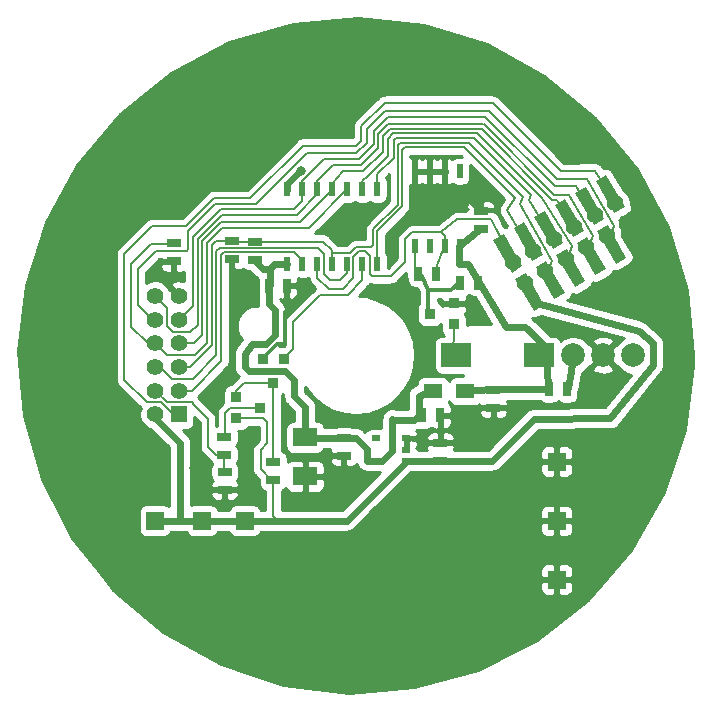
<source format=gbr>
G04 #@! TF.FileFunction,Copper,L1,Top,Signal*
%FSLAX46Y46*%
G04 Gerber Fmt 4.6, Leading zero omitted, Abs format (unit mm)*
G04 Created by KiCad (PCBNEW 4.0.5-e0-6337~49~ubuntu14.04.1) date Mon Jan 30 10:49:59 2017*
%MOMM*%
%LPD*%
G01*
G04 APERTURE LIST*
%ADD10C,0.150000*%
%ADD11R,1.500000X1.500000*%
%ADD12R,2.032000X1.524000*%
%ADD13R,0.508000X1.143000*%
%ADD14R,0.762000X0.508000*%
%ADD15R,1.143000X0.635000*%
%ADD16R,0.635000X1.143000*%
%ADD17C,1.400000*%
%ADD18R,1.400000X1.400000*%
%ADD19R,0.914400X0.914400*%
%ADD20C,0.800000*%
%ADD21R,1.500000X1.300000*%
%ADD22C,2.000000*%
%ADD23R,2.500000X2.000000*%
%ADD24C,0.160000*%
%ADD25C,0.300000*%
%ADD26C,0.600000*%
%ADD27C,0.254000*%
G04 APERTURE END LIST*
D10*
D11*
X217020000Y-114030000D03*
D12*
X195700000Y-106949000D03*
X195700000Y-110251000D03*
D13*
X208805000Y-90775000D03*
X207535000Y-90775000D03*
X206265000Y-90775000D03*
X204995000Y-90775000D03*
X204995000Y-84425000D03*
X206265000Y-84425000D03*
X207535000Y-84425000D03*
X208805000Y-84425000D03*
D14*
X204270000Y-108952500D03*
X204270000Y-107047500D03*
X201730000Y-108952500D03*
X204270000Y-108000000D03*
X201730000Y-107047500D03*
D15*
X189500000Y-90338000D03*
X189500000Y-91862000D03*
X199000000Y-106988000D03*
X199000000Y-108512000D03*
X207160000Y-108922000D03*
X207160000Y-107398000D03*
X191500000Y-90378000D03*
X191500000Y-91902000D03*
D16*
X216358000Y-102880000D03*
X217882000Y-102880000D03*
D15*
X184600000Y-92042000D03*
X184600000Y-90518000D03*
X188870000Y-106918000D03*
X188870000Y-108442000D03*
X188900000Y-109848000D03*
X188900000Y-111372000D03*
X193010000Y-110542000D03*
X193010000Y-109018000D03*
D17*
X185000000Y-101000000D03*
X185000000Y-103000000D03*
D18*
X185000000Y-105000000D03*
D17*
X185000000Y-99000000D03*
X185000000Y-97000000D03*
X185000000Y-95000000D03*
X183000000Y-95000000D03*
X183000000Y-97000000D03*
X183000000Y-99000000D03*
X183000000Y-101000000D03*
X183000000Y-103000000D03*
X183000000Y-105000000D03*
D19*
X208316000Y-95611000D03*
X208316000Y-97389000D03*
X206284000Y-96500000D03*
X192121000Y-100324000D03*
X193899000Y-100324000D03*
X193010000Y-102356000D03*
D15*
X210566000Y-89306400D03*
X210566000Y-87782400D03*
D16*
X192638000Y-94100000D03*
X194162000Y-94100000D03*
D11*
X183000000Y-114000000D03*
X187000000Y-114000000D03*
X190600000Y-114000000D03*
X217020000Y-118990000D03*
X217020000Y-109000000D03*
D20*
X190400000Y-95200000D03*
X199300000Y-88800000D03*
X210000000Y-96500000D03*
X195620000Y-94800000D03*
X211200000Y-106600000D03*
X186280000Y-109580000D03*
X206300000Y-86600000D03*
D13*
X194190000Y-92302000D03*
X195460000Y-92302000D03*
X196730000Y-92302000D03*
X198000000Y-92302000D03*
X199270000Y-92302000D03*
X200540000Y-92302000D03*
X201810000Y-92302000D03*
X201810000Y-85952000D03*
X200540000Y-85952000D03*
X198000000Y-85952000D03*
X196730000Y-85952000D03*
X195460000Y-85952000D03*
X194190000Y-85952000D03*
X199270000Y-85952000D03*
D20*
X197450000Y-112250000D03*
D16*
X205638000Y-105100000D03*
X207162000Y-105100000D03*
D15*
X211650000Y-102938000D03*
X211650000Y-104462000D03*
D20*
X195326000Y-84378800D03*
X203911200Y-95097600D03*
D21*
X209250000Y-103050000D03*
X206550000Y-103050000D03*
D22*
X218400000Y-100000000D03*
X220940000Y-100000000D03*
X223480000Y-100000000D03*
D23*
X215500000Y-100000000D03*
X208500000Y-100000000D03*
D17*
X218500000Y-89133975D03*
X220232051Y-88133975D03*
X221964102Y-87133975D03*
X216767949Y-90133975D03*
X215035898Y-91133975D03*
X213303848Y-92133975D03*
X214303848Y-93866025D03*
X216035898Y-92866025D03*
X217767949Y-91866025D03*
X219500000Y-90866025D03*
X221232051Y-89866025D03*
X222964102Y-88866025D03*
D10*
G36*
X221872429Y-87995193D02*
X220297429Y-85267213D01*
X221180775Y-84757213D01*
X222755775Y-87485193D01*
X221872429Y-87995193D01*
X221872429Y-87995193D01*
G37*
G36*
X223747429Y-91242787D02*
X222172429Y-88514807D01*
X223055775Y-88004807D01*
X224630775Y-90732787D01*
X223747429Y-91242787D01*
X223747429Y-91242787D01*
G37*
G36*
X220140378Y-88995193D02*
X218565378Y-86267213D01*
X219448724Y-85757213D01*
X221023724Y-88485193D01*
X220140378Y-88995193D01*
X220140378Y-88995193D01*
G37*
G36*
X218408327Y-89995193D02*
X216833327Y-87267213D01*
X217716673Y-86757213D01*
X219291673Y-89485193D01*
X218408327Y-89995193D01*
X218408327Y-89995193D01*
G37*
G36*
X216676276Y-90995193D02*
X215101276Y-88267213D01*
X215984622Y-87757213D01*
X217559622Y-90485193D01*
X216676276Y-90995193D01*
X216676276Y-90995193D01*
G37*
G36*
X214944225Y-91995193D02*
X213369225Y-89267213D01*
X214252571Y-88757213D01*
X215827571Y-91485193D01*
X214944225Y-91995193D01*
X214944225Y-91995193D01*
G37*
G36*
X213212175Y-92995193D02*
X211637175Y-90267213D01*
X212520521Y-89757213D01*
X214095521Y-92485193D01*
X213212175Y-92995193D01*
X213212175Y-92995193D01*
G37*
G36*
X222015378Y-92242787D02*
X220440378Y-89514807D01*
X221323724Y-89004807D01*
X222898724Y-91732787D01*
X222015378Y-92242787D01*
X222015378Y-92242787D01*
G37*
G36*
X220283327Y-93242787D02*
X218708327Y-90514807D01*
X219591673Y-90004807D01*
X221166673Y-92732787D01*
X220283327Y-93242787D01*
X220283327Y-93242787D01*
G37*
G36*
X218551276Y-94242787D02*
X216976276Y-91514807D01*
X217859622Y-91004807D01*
X219434622Y-93732787D01*
X218551276Y-94242787D01*
X218551276Y-94242787D01*
G37*
G36*
X216819225Y-95242787D02*
X215244225Y-92514807D01*
X216127571Y-92004807D01*
X217702571Y-94732787D01*
X216819225Y-95242787D01*
X216819225Y-95242787D01*
G37*
G36*
X215087175Y-96242787D02*
X213512175Y-93514807D01*
X214395521Y-93004807D01*
X215970521Y-95732787D01*
X215087175Y-96242787D01*
X215087175Y-96242787D01*
G37*
D19*
X189874000Y-105329000D03*
X189874000Y-103551000D03*
X191906000Y-104440000D03*
D16*
X210372000Y-93850000D03*
X208848000Y-93850000D03*
X205278000Y-93080000D03*
X206802000Y-93080000D03*
D24*
X185000000Y-103000000D02*
X184600000Y-103000000D01*
X188800000Y-91300000D02*
X188600000Y-91500000D01*
X186100000Y-103000000D02*
X185000000Y-103000000D01*
X188600000Y-100500000D02*
X186100000Y-103000000D01*
X188600000Y-91500000D02*
X188600000Y-100500000D01*
D10*
X195460000Y-92302000D02*
X195460000Y-91960000D01*
D24*
X192400000Y-91300000D02*
X188800000Y-91300000D01*
X194800000Y-91300000D02*
X192400000Y-91300000D01*
X195460000Y-91960000D02*
X194800000Y-91300000D01*
X188800000Y-91300000D02*
X188800000Y-91300000D01*
X186200000Y-92200000D02*
X186200000Y-95800000D01*
D10*
X186200000Y-90000000D02*
X186200000Y-92200000D01*
D24*
X186200000Y-95800000D02*
X185000000Y-97000000D01*
X195460000Y-85240000D02*
X197300000Y-83400000D01*
X197300000Y-83400000D02*
X200250000Y-83400000D01*
X200250000Y-83400000D02*
X201500000Y-82150000D01*
X201500000Y-82150000D02*
X201500000Y-81000000D01*
X201500000Y-81000000D02*
X202700000Y-79800000D01*
X195460000Y-85952000D02*
X195460000Y-85240000D01*
D10*
X195460000Y-85952000D02*
X195460000Y-86940000D01*
X190500000Y-87600000D02*
X190400000Y-87600000D01*
X194800000Y-87600000D02*
X190500000Y-87600000D01*
X195460000Y-86940000D02*
X194800000Y-87600000D01*
D24*
X188600000Y-87600000D02*
X186200000Y-90000000D01*
X190500000Y-87600000D02*
X188600000Y-87600000D01*
X210921600Y-79800000D02*
X210965600Y-79800000D01*
X210965600Y-79800000D02*
X216865200Y-85699600D01*
X202700000Y-79800000D02*
X210921600Y-79800000D01*
X210921600Y-79800000D02*
X211000000Y-79800000D01*
X216865200Y-85699600D02*
X218643200Y-85699600D01*
X218643200Y-85699600D02*
X220421200Y-88747600D01*
X191500000Y-90378000D02*
X189540000Y-90378000D01*
X189540000Y-90378000D02*
X189462000Y-90300000D01*
X189462000Y-90300000D02*
X188200000Y-90300000D01*
X198000000Y-91400000D02*
X198000000Y-91130000D01*
X197248000Y-90378000D02*
X191500000Y-90378000D01*
X198000000Y-91130000D02*
X197248000Y-90378000D01*
X187850000Y-99150000D02*
X186000000Y-101000000D01*
X186000000Y-101000000D02*
X185000000Y-101000000D01*
X187850000Y-93800000D02*
X187850000Y-99150000D01*
X209600000Y-82000000D02*
X209609600Y-82000000D01*
X203733334Y-82000000D02*
X209600000Y-82000000D01*
X216625914Y-91992181D02*
X216087924Y-93298025D01*
X213868000Y-87172800D02*
X216625914Y-91992181D01*
X214172800Y-86563200D02*
X213868000Y-87172800D01*
X209609600Y-82000000D02*
X214172800Y-86563200D01*
X185000000Y-101000000D02*
X184500000Y-101000000D01*
D10*
X198000000Y-92302000D02*
X198000000Y-91400000D01*
X187850000Y-90650000D02*
X187850000Y-93800000D01*
D24*
X203540984Y-86550000D02*
X203540984Y-82230820D01*
X203540984Y-82230820D02*
X203733334Y-82000000D01*
X198000000Y-91400000D02*
X198000000Y-91300000D01*
D10*
X199500000Y-91350000D02*
X198050000Y-91350000D01*
X198050000Y-91350000D02*
X198000000Y-91400000D01*
X200000000Y-90850000D02*
X199500000Y-91350000D01*
X201250000Y-90850000D02*
X200000000Y-90850000D01*
X201450000Y-90650000D02*
X201250000Y-90850000D01*
X201450000Y-89350000D02*
X201450000Y-90650000D01*
X203540984Y-87259016D02*
X201450000Y-89350000D01*
X203540984Y-86550820D02*
X203540984Y-86550000D01*
X203540984Y-86550000D02*
X203540984Y-87259016D01*
X188200000Y-90300000D02*
X187850000Y-90650000D01*
D24*
X218389200Y-89403150D02*
X217017600Y-86868000D01*
X217017600Y-86868000D02*
X216600000Y-86850000D01*
X198900000Y-84400000D02*
X198000000Y-85500000D01*
X200612497Y-84400000D02*
X202300000Y-82800000D01*
X202300000Y-82800000D02*
X202300000Y-81461112D01*
X202300000Y-81461112D02*
X202900993Y-80849844D01*
X202900993Y-80849844D02*
X210676551Y-80826249D01*
X210676551Y-80826249D02*
X216600000Y-86850000D01*
X198900000Y-84400000D02*
X200612497Y-84400000D01*
X185000000Y-99000000D02*
X184700000Y-99000000D01*
X187000000Y-92800000D02*
X187000000Y-98300000D01*
D10*
X188600000Y-88700000D02*
X187000000Y-90300000D01*
X187000000Y-90300000D02*
X187000000Y-92800000D01*
X190900000Y-88700000D02*
X188600000Y-88700000D01*
D24*
X186300000Y-99000000D02*
X185000000Y-99000000D01*
X187000000Y-98300000D02*
X186300000Y-99000000D01*
X198000000Y-85952000D02*
X198000000Y-85500000D01*
X195300000Y-88700000D02*
X198000000Y-86000000D01*
D10*
X198000000Y-85952000D02*
X198000000Y-86000000D01*
X190900000Y-88700000D02*
X190800000Y-88700000D01*
X191600000Y-88700000D02*
X190900000Y-88700000D01*
D24*
X195300000Y-88700000D02*
X191600000Y-88700000D01*
D10*
X191600000Y-88700000D02*
X191500000Y-88700000D01*
D24*
X183000000Y-99000000D02*
X182400000Y-99000000D01*
X182400000Y-99000000D02*
X181000000Y-97600000D01*
X181000000Y-97600000D02*
X181000400Y-92303600D01*
X187400000Y-93000000D02*
X187400000Y-99000000D01*
X191000000Y-89200000D02*
X188700000Y-89200000D01*
X188700000Y-89200000D02*
X187400000Y-90500000D01*
X187400000Y-90500000D02*
X187400000Y-93000000D01*
X195700000Y-89200000D02*
X192000000Y-89200000D01*
X192000000Y-89200000D02*
X191000000Y-89200000D01*
X184000000Y-100000000D02*
X183000000Y-99000000D01*
X186400000Y-100000000D02*
X184000000Y-100000000D01*
X187400000Y-99000000D02*
X186400000Y-100000000D01*
X199270000Y-85952000D02*
X199248000Y-85952000D01*
X199248000Y-85952000D02*
X196000000Y-89200000D01*
X196000000Y-89200000D02*
X195700000Y-89200000D01*
X195900000Y-89200000D02*
X195700000Y-89200000D01*
X199270000Y-85952000D02*
X199148000Y-85952000D01*
X181000400Y-92303600D02*
X182650000Y-90600000D01*
X182650000Y-90600000D02*
X184600000Y-90600000D01*
X220121484Y-89894071D02*
X219506800Y-91252800D01*
X210818204Y-80418197D02*
X216763600Y-86393944D01*
X216763600Y-86393944D02*
X218084400Y-86410800D01*
X218084400Y-86410800D02*
X220121484Y-89894071D01*
X219506800Y-91252800D02*
X219552025Y-91298025D01*
X186600000Y-92600000D02*
X186600000Y-97400000D01*
X190600000Y-88100000D02*
X188700000Y-88100000D01*
X188700000Y-88100000D02*
X186600000Y-90200000D01*
X186600000Y-90200000D02*
X186600000Y-92600000D01*
X196730000Y-86370000D02*
X195000000Y-88100000D01*
X195000000Y-88100000D02*
X191000000Y-88100000D01*
X191000000Y-88100000D02*
X190600000Y-88100000D01*
X184000000Y-96000000D02*
X183000000Y-95000000D01*
X184000000Y-97500000D02*
X184000000Y-96000000D01*
X184500000Y-98000000D02*
X184000000Y-97500000D01*
X186000000Y-98000000D02*
X184500000Y-98000000D01*
X186600000Y-97400000D02*
X186000000Y-98000000D01*
D10*
X196730000Y-85270000D02*
X198100000Y-83900000D01*
X198100000Y-83900000D02*
X200403226Y-83900000D01*
X200403226Y-83900000D02*
X201900000Y-82450000D01*
X201900000Y-82450000D02*
X201900000Y-81250000D01*
X201900000Y-81250000D02*
X202750000Y-80400000D01*
X202750000Y-80400000D02*
X210800000Y-80400000D01*
X196730000Y-85952000D02*
X196730000Y-85270000D01*
X196730000Y-85952000D02*
X196730000Y-86370000D01*
D24*
X188870000Y-108442000D02*
X188870000Y-109818000D01*
X188870000Y-109818000D02*
X188900000Y-109848000D01*
X187489000Y-105389000D02*
X187489000Y-107809000D01*
X186300000Y-104200000D02*
X187489000Y-105389000D01*
X188122000Y-108442000D02*
X188870000Y-108442000D01*
X187489000Y-107809000D02*
X188122000Y-108442000D01*
X184000000Y-104000000D02*
X183000000Y-103000000D01*
X186100000Y-104000000D02*
X184000000Y-104000000D01*
X186300000Y-104200000D02*
X186100000Y-104000000D01*
X186300000Y-104200000D02*
X186300000Y-104200000D01*
X188200000Y-94000000D02*
X188200000Y-100000000D01*
X196800000Y-90900000D02*
X197300000Y-91400000D01*
X195700000Y-90900000D02*
X196800000Y-90900000D01*
X197300000Y-91400000D02*
X197300000Y-91728000D01*
X197300000Y-92100000D02*
X197300000Y-93100000D01*
X197300000Y-92100000D02*
X197300000Y-91728000D01*
X199270000Y-92302000D02*
X199270000Y-93030000D01*
X198700000Y-93600000D02*
X199270000Y-93030000D01*
X197800000Y-93600000D02*
X198700000Y-93600000D01*
X197300000Y-93100000D02*
X197800000Y-93600000D01*
X188200000Y-91200000D02*
X188200000Y-94000000D01*
X188500000Y-90900000D02*
X188200000Y-91200000D01*
X195700000Y-90900000D02*
X188500000Y-90900000D01*
X184400000Y-102000000D02*
X183400000Y-101000000D01*
X186200000Y-102000000D02*
X184400000Y-102000000D01*
X188200000Y-100000000D02*
X186200000Y-102000000D01*
D25*
X193820000Y-99080000D02*
X194040000Y-98860000D01*
X193310000Y-99080000D02*
X193820000Y-99080000D01*
X192121000Y-100324000D02*
X192121000Y-100269000D01*
X192121000Y-100269000D02*
X193310000Y-99080000D01*
X194040000Y-98860000D02*
X194040000Y-96380000D01*
X194040000Y-96380000D02*
X195620000Y-94800000D01*
D24*
X189500000Y-91862000D02*
X189500000Y-94300000D01*
X189500000Y-94300000D02*
X190400000Y-95200000D01*
D26*
X206300000Y-86600000D02*
X209383600Y-86600000D01*
X209383600Y-86600000D02*
X210566000Y-87782400D01*
X195326000Y-84378800D02*
X195275200Y-84378800D01*
X195275200Y-84378800D02*
X194190000Y-85464000D01*
X194190000Y-85464000D02*
X194190000Y-85952000D01*
D10*
X194190000Y-85952000D02*
X194148000Y-85952000D01*
D26*
X192638000Y-94100000D02*
X192638000Y-95628000D01*
X192370000Y-99050000D02*
X191248125Y-99050000D01*
X193150000Y-98270000D02*
X192370000Y-99050000D01*
X193150000Y-96140000D02*
X193150000Y-98270000D01*
X192638000Y-95628000D02*
X193150000Y-96140000D01*
X190600000Y-100970000D02*
X190600000Y-99900000D01*
X190940000Y-101310000D02*
X190600000Y-100970000D01*
X194040000Y-101310000D02*
X190940000Y-101310000D01*
X194800000Y-102070000D02*
X194040000Y-101310000D01*
X194800000Y-103490000D02*
X194800000Y-102070000D01*
X195700000Y-104390000D02*
X194800000Y-103490000D01*
X195700000Y-106949000D02*
X195700000Y-104390000D01*
X192138000Y-92700000D02*
X191300000Y-91862000D01*
X191271000Y-99020000D02*
X191248125Y-99050000D01*
X191248125Y-99050000D02*
X190600000Y-99900000D01*
D24*
X205638000Y-105100000D02*
X205298000Y-105100000D01*
X205298000Y-105100000D02*
X204938000Y-105460000D01*
X204938000Y-105460000D02*
X203100000Y-105460000D01*
X203100000Y-105460000D02*
X203100000Y-108100000D01*
X203100000Y-108100000D02*
X202247500Y-108952500D01*
X202247500Y-108952500D02*
X201730000Y-108952500D01*
D26*
X193098000Y-92302000D02*
X194190000Y-92302000D01*
X205318000Y-105080000D02*
X205318000Y-103410000D01*
X205318000Y-103410000D02*
X206550000Y-102950000D01*
X203100000Y-105460000D02*
X204938000Y-105460000D01*
X204938000Y-105460000D02*
X205318000Y-105080000D01*
X203100000Y-108100000D02*
X203100000Y-105460000D01*
X203100000Y-105460000D02*
X203100000Y-105412000D01*
X202247500Y-108952500D02*
X203100000Y-108100000D01*
X192700000Y-94038000D02*
X192700000Y-92700000D01*
X200964500Y-108952500D02*
X200964500Y-107964500D01*
X201730000Y-108952500D02*
X200964500Y-108952500D01*
X199988000Y-106988000D02*
X199000000Y-106988000D01*
X200964500Y-107964500D02*
X199988000Y-106988000D01*
X201730000Y-108952500D02*
X202247500Y-108952500D01*
X199000000Y-106988000D02*
X196389000Y-106988000D01*
X192700000Y-92700000D02*
X192138000Y-92700000D01*
X192700000Y-92700000D02*
X193098000Y-92302000D01*
D24*
X205470000Y-93350000D02*
X204990000Y-93290000D01*
D10*
X205470000Y-93350000D02*
X205638000Y-93300000D01*
D25*
X205638000Y-93300000D02*
X206138000Y-94510000D01*
X206138000Y-94490000D02*
X206158000Y-94510000D01*
X206158000Y-94510000D02*
X206200000Y-94510000D01*
X206200000Y-94510000D02*
X206138000Y-94510000D01*
X208026000Y-94488000D02*
X206138000Y-94490000D01*
X208750000Y-93900000D02*
X208026000Y-94488000D01*
X206138000Y-94510000D02*
X206138000Y-96746000D01*
D24*
X204990000Y-93290000D02*
X204995000Y-90775000D01*
X209194400Y-82400000D02*
X209196800Y-82400000D01*
X213511374Y-86714574D02*
X212801200Y-87731600D01*
X212801200Y-87731600D02*
X215087924Y-91565975D01*
X209196800Y-82400000D02*
X213511374Y-86714574D01*
X201810000Y-92302000D02*
X201810000Y-89490000D01*
X203900000Y-87400000D02*
X203900000Y-82650000D01*
X208700000Y-82400000D02*
X209194400Y-82400000D01*
X209194400Y-82400000D02*
X209200000Y-82400000D01*
X204150000Y-82400000D02*
X208700000Y-82400000D01*
X203900000Y-82650000D02*
X204150000Y-82400000D01*
X201810000Y-89490000D02*
X203900000Y-87400000D01*
D10*
X201810000Y-92302000D02*
X201898000Y-92302000D01*
D24*
X209900000Y-81600000D02*
X209971600Y-81600000D01*
X201810000Y-84690000D02*
X203200000Y-83300000D01*
X203200000Y-83300000D02*
X203200000Y-81800000D01*
X203200000Y-81800000D02*
X203400000Y-81600000D01*
X203400000Y-81600000D02*
X209900000Y-81600000D01*
X214808823Y-86437223D02*
X214630000Y-86817200D01*
X214630000Y-86817200D02*
X216814400Y-90322400D01*
X209971600Y-81600000D02*
X214808823Y-86437223D01*
D10*
X201810000Y-85952000D02*
X201810000Y-84690000D01*
D24*
X210300000Y-81200000D02*
X210667600Y-81584800D01*
X200540000Y-85952000D02*
X200540000Y-85260000D01*
X200540000Y-85260000D02*
X201000000Y-84800000D01*
X201000000Y-84800000D02*
X201000000Y-84800000D01*
X202700000Y-83100000D02*
X202700000Y-81650000D01*
X201000000Y-84800000D02*
X202700000Y-83100000D01*
X203150000Y-81200000D02*
X210300000Y-81200000D01*
X202700000Y-81650000D02*
X203150000Y-81200000D01*
X218338400Y-90779600D02*
X217819975Y-92298025D01*
X215798400Y-86664800D02*
X218338400Y-90779600D01*
X215500000Y-86400000D02*
X215798400Y-86664800D01*
X210667600Y-81584800D02*
X215500000Y-86400000D01*
X206550000Y-93300000D02*
X207500000Y-90800000D01*
X211480400Y-88493600D02*
X212852000Y-91287600D01*
X208584800Y-88493600D02*
X211480400Y-88493600D01*
X212852000Y-91287600D02*
X213614000Y-92456000D01*
X208613800Y-88464600D02*
X208584800Y-88493600D01*
X208584800Y-88493600D02*
X207200000Y-89600000D01*
D10*
X207200000Y-89600000D02*
X207100000Y-89600000D01*
X207535000Y-89935000D02*
X207200000Y-89600000D01*
X207200000Y-89600000D02*
X207100000Y-89600000D01*
D24*
X199800000Y-93490804D02*
X198890804Y-94400000D01*
X198890804Y-94400000D02*
X197700000Y-94400000D01*
X197700000Y-94400000D02*
X196730000Y-93430000D01*
X196730000Y-93430000D02*
X196730000Y-92302000D01*
X201400000Y-93300000D02*
X201200000Y-93100000D01*
X201200000Y-93100000D02*
X201200000Y-91600000D01*
X201200000Y-91600000D02*
X200800000Y-91200000D01*
X200800000Y-91200000D02*
X200300000Y-91200000D01*
X200300000Y-91200000D02*
X199800000Y-91700000D01*
X204200000Y-92100000D02*
X203000000Y-93300000D01*
X204200000Y-90200000D02*
X204200000Y-92100000D01*
X204800000Y-89600000D02*
X204200000Y-90200000D01*
X207100000Y-89600000D02*
X204800000Y-89600000D01*
X203000000Y-93300000D02*
X201400000Y-93300000D01*
X199800000Y-91700000D02*
X199800000Y-93490804D01*
D10*
X207535000Y-90775000D02*
X207535000Y-89935000D01*
D24*
X207500000Y-90800000D02*
X207535000Y-90775000D01*
X194690000Y-99450000D02*
X194050000Y-100090000D01*
X194690000Y-97190000D02*
X194690000Y-99450000D01*
X197010000Y-94870000D02*
X194690000Y-97190000D01*
X199340000Y-94870000D02*
X197010000Y-94870000D01*
X200540000Y-93670000D02*
X199340000Y-94870000D01*
X200540000Y-92302000D02*
X200540000Y-93670000D01*
D10*
X200500000Y-92342000D02*
X200540000Y-92302000D01*
D24*
X193010000Y-110542000D02*
X192822000Y-110542000D01*
X192822000Y-110542000D02*
X191950000Y-109670000D01*
X192159000Y-105329000D02*
X189874000Y-105329000D01*
X192510000Y-105680000D02*
X192159000Y-105329000D01*
X192510000Y-107460000D02*
X192510000Y-105680000D01*
X191950000Y-108020000D02*
X192510000Y-107460000D01*
X191950000Y-109670000D02*
X191950000Y-108020000D01*
D26*
X215050000Y-105400000D02*
X215050000Y-105440000D01*
X215050000Y-105400000D02*
X221550000Y-105350000D01*
X221550000Y-105350000D02*
X225150000Y-100850000D01*
X215300000Y-95600000D02*
X223950000Y-97950000D01*
X225150000Y-100850000D02*
X225150000Y-99000000D01*
X225150000Y-99000000D02*
X223950000Y-97950000D01*
X211568000Y-108922000D02*
X204300500Y-108922000D01*
X215050000Y-105440000D02*
X211568000Y-108922000D01*
X204300500Y-108922000D02*
X199222500Y-114000000D01*
X199222500Y-114000000D02*
X193420000Y-114000000D01*
X193420000Y-114000000D02*
X193420000Y-114000000D01*
D24*
X214303848Y-93866025D02*
X214303848Y-94703848D01*
X214303848Y-94703848D02*
X215300000Y-95700000D01*
X215300000Y-95700000D02*
X214303848Y-93866025D01*
D26*
X185090000Y-108400000D02*
X185090000Y-107390000D01*
X185090000Y-107390000D02*
X183000000Y-105300000D01*
X183000000Y-105300000D02*
X183000000Y-105000000D01*
X185090000Y-108360000D02*
X185090000Y-108400000D01*
X185090000Y-108400000D02*
X185090000Y-114000000D01*
D24*
X193000000Y-113580000D02*
X193420000Y-114000000D01*
X193010000Y-110542000D02*
X193000000Y-113580000D01*
D26*
X182900000Y-114000000D02*
X183200000Y-114000000D01*
X183000000Y-114000000D02*
X185090000Y-114000000D01*
X185090000Y-114000000D02*
X190600000Y-114000000D01*
X192500000Y-114000000D02*
X193420000Y-114000000D01*
X190600000Y-114000000D02*
X192500000Y-114000000D01*
X218200000Y-101350000D02*
X217950000Y-102800000D01*
X218389200Y-100076000D02*
X218200000Y-101350000D01*
D24*
X208286000Y-97369000D02*
X208286000Y-98736000D01*
X208286000Y-98736000D02*
X207975200Y-99872800D01*
D26*
X216250000Y-102900000D02*
X216150000Y-101100000D01*
X212500000Y-102900000D02*
X216250000Y-102900000D01*
D24*
X216338000Y-103000000D02*
X211712000Y-103000000D01*
X211712000Y-103000000D02*
X211650000Y-102938000D01*
D26*
X209350000Y-102950000D02*
X212500000Y-102900000D01*
X216150000Y-101100000D02*
X216306400Y-100380800D01*
X212700000Y-97600000D02*
X214350000Y-97600000D01*
X214350000Y-97600000D02*
X216204800Y-99364800D01*
X216204800Y-99364800D02*
X216306400Y-100380800D01*
X209500000Y-92300000D02*
X212700000Y-97600000D01*
X210566000Y-89204800D02*
X208737200Y-90779600D01*
X208737200Y-90779600D02*
X208750000Y-92300000D01*
X208750000Y-92300000D02*
X209500000Y-92300000D01*
D24*
X182756000Y-89074800D02*
X185600800Y-89074800D01*
X185600800Y-89074800D02*
X187960000Y-86715600D01*
X187960000Y-86715600D02*
X191058800Y-86715600D01*
X191058800Y-86715600D02*
X195529200Y-82245200D01*
X195529200Y-82245200D02*
X200050400Y-82245200D01*
X200050400Y-82245200D02*
X200456800Y-81838800D01*
X200456800Y-81838800D02*
X200456800Y-80616400D01*
X200456800Y-80616400D02*
X202434800Y-78638400D01*
X202434800Y-78638400D02*
X211582000Y-78638400D01*
X211582000Y-78638400D02*
X217373200Y-84429600D01*
X220268800Y-84378800D02*
X222250000Y-87630000D01*
X185000000Y-105000000D02*
X184547448Y-105000000D01*
X184547448Y-105000000D02*
X183535048Y-103987600D01*
X183535048Y-103987600D02*
X182321200Y-103987600D01*
X182321200Y-103987600D02*
X180390800Y-102057200D01*
X180390800Y-102057200D02*
X180390800Y-91440000D01*
X180390800Y-91440000D02*
X182756000Y-89074800D01*
X217373200Y-84429600D02*
X220268800Y-84378800D01*
X219557600Y-85090000D02*
X221894400Y-89052400D01*
X211277200Y-79298800D02*
X217068400Y-85090000D01*
X202488800Y-79298800D02*
X211277200Y-79298800D01*
X200964800Y-80822800D02*
X202488800Y-79298800D01*
X200964800Y-81996800D02*
X200964800Y-80822800D01*
X200056000Y-82905600D02*
X200964800Y-81996800D01*
X195834000Y-82905600D02*
X200056000Y-82905600D01*
X191566800Y-87172800D02*
X195834000Y-82905600D01*
X188112400Y-87172800D02*
X191566800Y-87172800D01*
X185824800Y-89460400D02*
X188112400Y-87172800D01*
X185824800Y-91019600D02*
X185824800Y-89460400D01*
X185670000Y-91174400D02*
X185824800Y-91019600D01*
X183070400Y-91174400D02*
X185670000Y-91174400D01*
X181559200Y-92685600D02*
X183070400Y-91174400D01*
X181559200Y-95758000D02*
X181559200Y-92685600D01*
X182801200Y-97000000D02*
X181559200Y-95758000D01*
X217068400Y-85090000D02*
X219557600Y-85090000D01*
X221894400Y-89052400D02*
X221437200Y-90322400D01*
X183000000Y-97000000D02*
X182801200Y-97000000D01*
X189874000Y-102996000D02*
X189874000Y-103551000D01*
X190514000Y-102356000D02*
X189874000Y-102996000D01*
X193010000Y-102356000D02*
X190514000Y-102356000D01*
X193000276Y-102345724D02*
X192976000Y-102370000D01*
X193010000Y-109018000D02*
X193000276Y-102345724D01*
X191906000Y-104440000D02*
X189380000Y-104440000D01*
X188950000Y-104870000D02*
X188950000Y-106838000D01*
X189380000Y-104440000D02*
X188950000Y-104870000D01*
X188950000Y-106838000D02*
X188870000Y-106918000D01*
D27*
G36*
X205743791Y-72018433D02*
X211069383Y-73666979D01*
X215973345Y-76318542D01*
X220268888Y-79872124D01*
X223792395Y-84192370D01*
X226409657Y-89114725D01*
X228020984Y-94451696D01*
X228565000Y-100000000D01*
X228553863Y-100797582D01*
X227855141Y-106328533D01*
X226095426Y-111618432D01*
X223341744Y-116465789D01*
X219698982Y-120685969D01*
X215305892Y-124118227D01*
X210329806Y-126631829D01*
X204960260Y-128131033D01*
X199401780Y-128558735D01*
X193866085Y-127898644D01*
X188564030Y-126175901D01*
X183697567Y-123456127D01*
X179452059Y-119842916D01*
X179002529Y-119275750D01*
X215635000Y-119275750D01*
X215635000Y-119802542D01*
X215659403Y-119925223D01*
X215707270Y-120040785D01*
X215776763Y-120144789D01*
X215865211Y-120233237D01*
X215969215Y-120302730D01*
X216084777Y-120350597D01*
X216207458Y-120375000D01*
X216734250Y-120375000D01*
X216893000Y-120216250D01*
X216893000Y-119117000D01*
X217147000Y-119117000D01*
X217147000Y-120216250D01*
X217305750Y-120375000D01*
X217832542Y-120375000D01*
X217955223Y-120350597D01*
X218070785Y-120302730D01*
X218174789Y-120233237D01*
X218263237Y-120144789D01*
X218332730Y-120040785D01*
X218380597Y-119925223D01*
X218405000Y-119802542D01*
X218405000Y-119275750D01*
X218246250Y-119117000D01*
X217147000Y-119117000D01*
X216893000Y-119117000D01*
X215793750Y-119117000D01*
X215635000Y-119275750D01*
X179002529Y-119275750D01*
X178132034Y-118177458D01*
X215635000Y-118177458D01*
X215635000Y-118704250D01*
X215793750Y-118863000D01*
X216893000Y-118863000D01*
X216893000Y-117763750D01*
X217147000Y-117763750D01*
X217147000Y-118863000D01*
X218246250Y-118863000D01*
X218405000Y-118704250D01*
X218405000Y-118177458D01*
X218380597Y-118054777D01*
X218332730Y-117939215D01*
X218263237Y-117835211D01*
X218174789Y-117746763D01*
X218070785Y-117677270D01*
X217955223Y-117629403D01*
X217832542Y-117605000D01*
X217305750Y-117605000D01*
X217147000Y-117763750D01*
X216893000Y-117763750D01*
X216734250Y-117605000D01*
X216207458Y-117605000D01*
X216084777Y-117629403D01*
X215969215Y-117677270D01*
X215865211Y-117746763D01*
X215776763Y-117835211D01*
X215707270Y-117939215D01*
X215659403Y-118054777D01*
X215635000Y-118177458D01*
X178132034Y-118177458D01*
X175989215Y-115473895D01*
X173440935Y-110515478D01*
X171904281Y-105156529D01*
X171437784Y-99601170D01*
X172059214Y-94061003D01*
X172890644Y-91440000D01*
X179675800Y-91440000D01*
X179675800Y-102057200D01*
X179682249Y-102122969D01*
X179688002Y-102188725D01*
X179689050Y-102192331D01*
X179689417Y-102196078D01*
X179708519Y-102259344D01*
X179726933Y-102322728D01*
X179728664Y-102326067D01*
X179729750Y-102329665D01*
X179760745Y-102387959D01*
X179791150Y-102446617D01*
X179793496Y-102449556D01*
X179795261Y-102452875D01*
X179836992Y-102504042D01*
X179878209Y-102555673D01*
X179883369Y-102560905D01*
X179883457Y-102561013D01*
X179883557Y-102561096D01*
X179885219Y-102562781D01*
X181779983Y-104457545D01*
X181721334Y-104594383D01*
X181666901Y-104850469D01*
X181663246Y-105112250D01*
X181710507Y-105369756D01*
X181806884Y-105613178D01*
X181948707Y-105833244D01*
X182130574Y-106021572D01*
X182345556Y-106170989D01*
X182585466Y-106275803D01*
X182672691Y-106294981D01*
X184155000Y-107777290D01*
X184155000Y-112765138D01*
X184091450Y-112710975D01*
X183927763Y-112637190D01*
X183750000Y-112611928D01*
X182250000Y-112611928D01*
X182148879Y-112619992D01*
X181977366Y-112673106D01*
X181827441Y-112771900D01*
X181710975Y-112908550D01*
X181637190Y-113072237D01*
X181611928Y-113250000D01*
X181611928Y-114750000D01*
X181619992Y-114851121D01*
X181673106Y-115022634D01*
X181771900Y-115172559D01*
X181908550Y-115289025D01*
X182072237Y-115362810D01*
X182250000Y-115388072D01*
X183750000Y-115388072D01*
X183851121Y-115380008D01*
X184022634Y-115326894D01*
X184172559Y-115228100D01*
X184289025Y-115091450D01*
X184359548Y-114935000D01*
X185645968Y-114935000D01*
X185673106Y-115022634D01*
X185771900Y-115172559D01*
X185908550Y-115289025D01*
X186072237Y-115362810D01*
X186250000Y-115388072D01*
X187750000Y-115388072D01*
X187851121Y-115380008D01*
X188022634Y-115326894D01*
X188172559Y-115228100D01*
X188289025Y-115091450D01*
X188359548Y-114935000D01*
X189245968Y-114935000D01*
X189273106Y-115022634D01*
X189371900Y-115172559D01*
X189508550Y-115289025D01*
X189672237Y-115362810D01*
X189850000Y-115388072D01*
X191350000Y-115388072D01*
X191451121Y-115380008D01*
X191622634Y-115326894D01*
X191772559Y-115228100D01*
X191889025Y-115091450D01*
X191959548Y-114935000D01*
X199222500Y-114935000D01*
X199308465Y-114926571D01*
X199394495Y-114919044D01*
X199399214Y-114917673D01*
X199404109Y-114917193D01*
X199486789Y-114892231D01*
X199569729Y-114868135D01*
X199574095Y-114865872D01*
X199578801Y-114864451D01*
X199655028Y-114823920D01*
X199731738Y-114784157D01*
X199735583Y-114781088D01*
X199739921Y-114778781D01*
X199806828Y-114724213D01*
X199874349Y-114670312D01*
X199881192Y-114663564D01*
X199881333Y-114663449D01*
X199881441Y-114663318D01*
X199883645Y-114661145D01*
X200229040Y-114315750D01*
X215635000Y-114315750D01*
X215635000Y-114842542D01*
X215659403Y-114965223D01*
X215707270Y-115080785D01*
X215776763Y-115184789D01*
X215865211Y-115273237D01*
X215969215Y-115342730D01*
X216084777Y-115390597D01*
X216207458Y-115415000D01*
X216734250Y-115415000D01*
X216893000Y-115256250D01*
X216893000Y-114157000D01*
X217147000Y-114157000D01*
X217147000Y-115256250D01*
X217305750Y-115415000D01*
X217832542Y-115415000D01*
X217955223Y-115390597D01*
X218070785Y-115342730D01*
X218174789Y-115273237D01*
X218263237Y-115184789D01*
X218332730Y-115080785D01*
X218380597Y-114965223D01*
X218405000Y-114842542D01*
X218405000Y-114315750D01*
X218246250Y-114157000D01*
X217147000Y-114157000D01*
X216893000Y-114157000D01*
X215793750Y-114157000D01*
X215635000Y-114315750D01*
X200229040Y-114315750D01*
X201327332Y-113217458D01*
X215635000Y-113217458D01*
X215635000Y-113744250D01*
X215793750Y-113903000D01*
X216893000Y-113903000D01*
X216893000Y-112803750D01*
X217147000Y-112803750D01*
X217147000Y-113903000D01*
X218246250Y-113903000D01*
X218405000Y-113744250D01*
X218405000Y-113217458D01*
X218380597Y-113094777D01*
X218332730Y-112979215D01*
X218263237Y-112875211D01*
X218174789Y-112786763D01*
X218070785Y-112717270D01*
X217955223Y-112669403D01*
X217832542Y-112645000D01*
X217305750Y-112645000D01*
X217147000Y-112803750D01*
X216893000Y-112803750D01*
X216734250Y-112645000D01*
X216207458Y-112645000D01*
X216084777Y-112669403D01*
X215969215Y-112717270D01*
X215865211Y-112786763D01*
X215776763Y-112875211D01*
X215707270Y-112979215D01*
X215659403Y-113094777D01*
X215635000Y-113217458D01*
X201327332Y-113217458D01*
X204687790Y-109857000D01*
X206443739Y-109857000D01*
X206588500Y-109877572D01*
X207731500Y-109877572D01*
X207832621Y-109869508D01*
X207873011Y-109857000D01*
X211568000Y-109857000D01*
X211653965Y-109848571D01*
X211739995Y-109841044D01*
X211744714Y-109839673D01*
X211749609Y-109839193D01*
X211832289Y-109814231D01*
X211915229Y-109790135D01*
X211919595Y-109787872D01*
X211924301Y-109786451D01*
X212000528Y-109745920D01*
X212077238Y-109706157D01*
X212081083Y-109703088D01*
X212085421Y-109700781D01*
X212152328Y-109646213D01*
X212219849Y-109592312D01*
X212226692Y-109585564D01*
X212226833Y-109585449D01*
X212226941Y-109585318D01*
X212229145Y-109583145D01*
X212526540Y-109285750D01*
X215635000Y-109285750D01*
X215635000Y-109812542D01*
X215659403Y-109935223D01*
X215707270Y-110050785D01*
X215776763Y-110154789D01*
X215865211Y-110243237D01*
X215969215Y-110312730D01*
X216084777Y-110360597D01*
X216207458Y-110385000D01*
X216734250Y-110385000D01*
X216893000Y-110226250D01*
X216893000Y-109127000D01*
X217147000Y-109127000D01*
X217147000Y-110226250D01*
X217305750Y-110385000D01*
X217832542Y-110385000D01*
X217955223Y-110360597D01*
X218070785Y-110312730D01*
X218174789Y-110243237D01*
X218263237Y-110154789D01*
X218332730Y-110050785D01*
X218380597Y-109935223D01*
X218405000Y-109812542D01*
X218405000Y-109285750D01*
X218246250Y-109127000D01*
X217147000Y-109127000D01*
X216893000Y-109127000D01*
X215793750Y-109127000D01*
X215635000Y-109285750D01*
X212526540Y-109285750D01*
X213624832Y-108187458D01*
X215635000Y-108187458D01*
X215635000Y-108714250D01*
X215793750Y-108873000D01*
X216893000Y-108873000D01*
X216893000Y-107773750D01*
X217147000Y-107773750D01*
X217147000Y-108873000D01*
X218246250Y-108873000D01*
X218405000Y-108714250D01*
X218405000Y-108187458D01*
X218380597Y-108064777D01*
X218332730Y-107949215D01*
X218263237Y-107845211D01*
X218174789Y-107756763D01*
X218070785Y-107687270D01*
X217955223Y-107639403D01*
X217832542Y-107615000D01*
X217305750Y-107615000D01*
X217147000Y-107773750D01*
X216893000Y-107773750D01*
X216734250Y-107615000D01*
X216207458Y-107615000D01*
X216084777Y-107639403D01*
X215969215Y-107687270D01*
X215865211Y-107756763D01*
X215776763Y-107845211D01*
X215707270Y-107949215D01*
X215659403Y-108064777D01*
X215635000Y-108187458D01*
X213624832Y-108187458D01*
X215480575Y-106331715D01*
X221557192Y-106284972D01*
X221600234Y-106280417D01*
X221643516Y-106280311D01*
X221690748Y-106270839D01*
X221738658Y-106265769D01*
X221779997Y-106252941D01*
X221822434Y-106244430D01*
X221866927Y-106225964D01*
X221912940Y-106211685D01*
X221950999Y-106191072D01*
X221990975Y-106174480D01*
X222031041Y-106147718D01*
X222073396Y-106124778D01*
X222106723Y-106097168D01*
X222142719Y-106073125D01*
X222176818Y-106039097D01*
X222213917Y-106008362D01*
X222241251Y-105974798D01*
X222271886Y-105944227D01*
X222280112Y-105934090D01*
X225880112Y-101434090D01*
X225899104Y-101404912D01*
X225921481Y-101378244D01*
X225948764Y-101328617D01*
X225979658Y-101281153D01*
X225992620Y-101248845D01*
X226009392Y-101218336D01*
X226026516Y-101164353D01*
X226047602Y-101111794D01*
X226054042Y-101077580D01*
X226064568Y-101044397D01*
X226070881Y-100988115D01*
X226081356Y-100932463D01*
X226081028Y-100897655D01*
X226084909Y-100863055D01*
X226085000Y-100850000D01*
X226085000Y-99000000D01*
X226082435Y-98973839D01*
X226083529Y-98947578D01*
X226073549Y-98883217D01*
X226067193Y-98818391D01*
X226059595Y-98793226D01*
X226055568Y-98767253D01*
X226033277Y-98706056D01*
X226014451Y-98643699D01*
X226002111Y-98620492D01*
X225993115Y-98595793D01*
X225959357Y-98540083D01*
X225928781Y-98482579D01*
X225912169Y-98462210D01*
X225898546Y-98439729D01*
X225854615Y-98391642D01*
X225813449Y-98341167D01*
X225793196Y-98324413D01*
X225775467Y-98305006D01*
X225765702Y-98296341D01*
X224565702Y-97246341D01*
X224547161Y-97233074D01*
X224530761Y-97217237D01*
X224473087Y-97180070D01*
X224417301Y-97140152D01*
X224396539Y-97130740D01*
X224377372Y-97118388D01*
X224313588Y-97093136D01*
X224251101Y-97064808D01*
X224228899Y-97059606D01*
X224207706Y-97051216D01*
X224195132Y-97047705D01*
X217921338Y-95343265D01*
X218021607Y-95285374D01*
X218105149Y-95227829D01*
X218227126Y-95096075D01*
X218307568Y-94935554D01*
X218325835Y-94836421D01*
X218348509Y-94847784D01*
X218525084Y-94880321D01*
X218703734Y-94862378D01*
X218870312Y-94795374D01*
X219753658Y-94285374D01*
X219837200Y-94227829D01*
X219959177Y-94096075D01*
X220039619Y-93935554D01*
X220057886Y-93836421D01*
X220080560Y-93847784D01*
X220257135Y-93880321D01*
X220435785Y-93862378D01*
X220602363Y-93795374D01*
X221485709Y-93285374D01*
X221569251Y-93227829D01*
X221691228Y-93096075D01*
X221771670Y-92935554D01*
X221789937Y-92836421D01*
X221812611Y-92847784D01*
X221989186Y-92880321D01*
X222167836Y-92862378D01*
X222334414Y-92795374D01*
X223217760Y-92285374D01*
X223301302Y-92227829D01*
X223423279Y-92096075D01*
X223503721Y-91935554D01*
X223536258Y-91758979D01*
X223518314Y-91580329D01*
X223451311Y-91413751D01*
X222565102Y-89878791D01*
X222567108Y-89735122D01*
X222516256Y-89478301D01*
X222508111Y-89458539D01*
X222567135Y-89294584D01*
X222574382Y-89265939D01*
X222584809Y-89238303D01*
X222591454Y-89198466D01*
X222601363Y-89159303D01*
X222602909Y-89129798D01*
X222607769Y-89100661D01*
X222606550Y-89060289D01*
X222608663Y-89019951D01*
X222604449Y-88990709D01*
X222603557Y-88961181D01*
X222594520Y-88921817D01*
X222588758Y-88881835D01*
X222578944Y-88853969D01*
X222572334Y-88825176D01*
X222555821Y-88788313D01*
X222542404Y-88750215D01*
X222527364Y-88724784D01*
X222515288Y-88697826D01*
X222510277Y-88689191D01*
X222367084Y-88446386D01*
X222561046Y-88334402D01*
X222568936Y-88331342D01*
X222595041Y-88314776D01*
X223074811Y-88037780D01*
X223158353Y-87980235D01*
X223280330Y-87848481D01*
X223360772Y-87687960D01*
X223393309Y-87511385D01*
X223375365Y-87332735D01*
X223308362Y-87166157D01*
X223297153Y-87146742D01*
X223299159Y-87003072D01*
X223248307Y-86746251D01*
X223148540Y-86504198D01*
X223003658Y-86286134D01*
X222819180Y-86100363D01*
X222612564Y-85960999D01*
X221733362Y-84438177D01*
X221675817Y-84354635D01*
X221544063Y-84232658D01*
X221383542Y-84152216D01*
X221206967Y-84119679D01*
X221028317Y-84137622D01*
X220972748Y-84159974D01*
X220879368Y-84006735D01*
X220868655Y-83992496D01*
X220860127Y-83976858D01*
X220826787Y-83936849D01*
X220795472Y-83895228D01*
X220782201Y-83883344D01*
X220770795Y-83869657D01*
X220730311Y-83836880D01*
X220691515Y-83802140D01*
X220676188Y-83793060D01*
X220662341Y-83781849D01*
X220616272Y-83757565D01*
X220571458Y-83731016D01*
X220554656Y-83725085D01*
X220538897Y-83716778D01*
X220488980Y-83701902D01*
X220439872Y-83684567D01*
X220422244Y-83682013D01*
X220405167Y-83676924D01*
X220353318Y-83672028D01*
X220301770Y-83664560D01*
X220283972Y-83665479D01*
X220266241Y-83663805D01*
X220256258Y-83663910D01*
X217664149Y-83709386D01*
X212087581Y-78132819D01*
X212036548Y-78090900D01*
X211985951Y-78048444D01*
X211982657Y-78046633D01*
X211979751Y-78044246D01*
X211921548Y-78013038D01*
X211863668Y-77981218D01*
X211860082Y-77980081D01*
X211856771Y-77978305D01*
X211793650Y-77959007D01*
X211730657Y-77939024D01*
X211726919Y-77938605D01*
X211723325Y-77937506D01*
X211657646Y-77930835D01*
X211591983Y-77923470D01*
X211584628Y-77923418D01*
X211584496Y-77923405D01*
X211584373Y-77923417D01*
X211582000Y-77923400D01*
X202434800Y-77923400D01*
X202368995Y-77929852D01*
X202303274Y-77935602D01*
X202299668Y-77936650D01*
X202295922Y-77937017D01*
X202232681Y-77956111D01*
X202169271Y-77974533D01*
X202165931Y-77976264D01*
X202162335Y-77977350D01*
X202104059Y-78008335D01*
X202045383Y-78038750D01*
X202042444Y-78041096D01*
X202039125Y-78042861D01*
X201987958Y-78084592D01*
X201936327Y-78125809D01*
X201931090Y-78130973D01*
X201930987Y-78131057D01*
X201930908Y-78131153D01*
X201929218Y-78132819D01*
X199951219Y-80110819D01*
X199909300Y-80161852D01*
X199866844Y-80212449D01*
X199865033Y-80215743D01*
X199862646Y-80218649D01*
X199831438Y-80276852D01*
X199799618Y-80334732D01*
X199798481Y-80338318D01*
X199796705Y-80341629D01*
X199777407Y-80404750D01*
X199757424Y-80467743D01*
X199757005Y-80471481D01*
X199755906Y-80475075D01*
X199749235Y-80540754D01*
X199741870Y-80606417D01*
X199741818Y-80613772D01*
X199741805Y-80613904D01*
X199741817Y-80614027D01*
X199741800Y-80616400D01*
X199741800Y-81530200D01*
X195529200Y-81530200D01*
X195463395Y-81536652D01*
X195397674Y-81542402D01*
X195394068Y-81543450D01*
X195390322Y-81543817D01*
X195327081Y-81562911D01*
X195263671Y-81581333D01*
X195260331Y-81583064D01*
X195256735Y-81584150D01*
X195198459Y-81615135D01*
X195139783Y-81645550D01*
X195136844Y-81647896D01*
X195133525Y-81649661D01*
X195082358Y-81691392D01*
X195030727Y-81732609D01*
X195025490Y-81737773D01*
X195025387Y-81737857D01*
X195025308Y-81737953D01*
X195023618Y-81739619D01*
X190762638Y-86000600D01*
X187960000Y-86000600D01*
X187894281Y-86007044D01*
X187828475Y-86012801D01*
X187824864Y-86013850D01*
X187821122Y-86014217D01*
X187757897Y-86033306D01*
X187694472Y-86051733D01*
X187691133Y-86053464D01*
X187687535Y-86054550D01*
X187629241Y-86085545D01*
X187570583Y-86115950D01*
X187567644Y-86118296D01*
X187564325Y-86120061D01*
X187513158Y-86161792D01*
X187461527Y-86203009D01*
X187456290Y-86208173D01*
X187456187Y-86208257D01*
X187456108Y-86208353D01*
X187454419Y-86210018D01*
X185304638Y-88359800D01*
X182756000Y-88359800D01*
X182690231Y-88366249D01*
X182624475Y-88372002D01*
X182620869Y-88373050D01*
X182617122Y-88373417D01*
X182553856Y-88392519D01*
X182490472Y-88410933D01*
X182487133Y-88412664D01*
X182483535Y-88413750D01*
X182425241Y-88444745D01*
X182366583Y-88475150D01*
X182363644Y-88477496D01*
X182360325Y-88479261D01*
X182309158Y-88520992D01*
X182257527Y-88562209D01*
X182252295Y-88567369D01*
X182252187Y-88567457D01*
X182252104Y-88567557D01*
X182250419Y-88569219D01*
X179885219Y-90934419D01*
X179843300Y-90985452D01*
X179800844Y-91036049D01*
X179799033Y-91039343D01*
X179796646Y-91042249D01*
X179765438Y-91100452D01*
X179733618Y-91158332D01*
X179732481Y-91161918D01*
X179730705Y-91165229D01*
X179711407Y-91228350D01*
X179691424Y-91291343D01*
X179691005Y-91295081D01*
X179689906Y-91298675D01*
X179683235Y-91364354D01*
X179675870Y-91430017D01*
X179675818Y-91437372D01*
X179675805Y-91437504D01*
X179675817Y-91437627D01*
X179675800Y-91440000D01*
X172890644Y-91440000D01*
X173744899Y-88747049D01*
X176430633Y-83861718D01*
X180014117Y-79591088D01*
X184358857Y-76097827D01*
X189299363Y-73514993D01*
X194647453Y-71940965D01*
X200199420Y-71435696D01*
X205743791Y-72018433D01*
X205743791Y-72018433D01*
G37*
X205743791Y-72018433D02*
X211069383Y-73666979D01*
X215973345Y-76318542D01*
X220268888Y-79872124D01*
X223792395Y-84192370D01*
X226409657Y-89114725D01*
X228020984Y-94451696D01*
X228565000Y-100000000D01*
X228553863Y-100797582D01*
X227855141Y-106328533D01*
X226095426Y-111618432D01*
X223341744Y-116465789D01*
X219698982Y-120685969D01*
X215305892Y-124118227D01*
X210329806Y-126631829D01*
X204960260Y-128131033D01*
X199401780Y-128558735D01*
X193866085Y-127898644D01*
X188564030Y-126175901D01*
X183697567Y-123456127D01*
X179452059Y-119842916D01*
X179002529Y-119275750D01*
X215635000Y-119275750D01*
X215635000Y-119802542D01*
X215659403Y-119925223D01*
X215707270Y-120040785D01*
X215776763Y-120144789D01*
X215865211Y-120233237D01*
X215969215Y-120302730D01*
X216084777Y-120350597D01*
X216207458Y-120375000D01*
X216734250Y-120375000D01*
X216893000Y-120216250D01*
X216893000Y-119117000D01*
X217147000Y-119117000D01*
X217147000Y-120216250D01*
X217305750Y-120375000D01*
X217832542Y-120375000D01*
X217955223Y-120350597D01*
X218070785Y-120302730D01*
X218174789Y-120233237D01*
X218263237Y-120144789D01*
X218332730Y-120040785D01*
X218380597Y-119925223D01*
X218405000Y-119802542D01*
X218405000Y-119275750D01*
X218246250Y-119117000D01*
X217147000Y-119117000D01*
X216893000Y-119117000D01*
X215793750Y-119117000D01*
X215635000Y-119275750D01*
X179002529Y-119275750D01*
X178132034Y-118177458D01*
X215635000Y-118177458D01*
X215635000Y-118704250D01*
X215793750Y-118863000D01*
X216893000Y-118863000D01*
X216893000Y-117763750D01*
X217147000Y-117763750D01*
X217147000Y-118863000D01*
X218246250Y-118863000D01*
X218405000Y-118704250D01*
X218405000Y-118177458D01*
X218380597Y-118054777D01*
X218332730Y-117939215D01*
X218263237Y-117835211D01*
X218174789Y-117746763D01*
X218070785Y-117677270D01*
X217955223Y-117629403D01*
X217832542Y-117605000D01*
X217305750Y-117605000D01*
X217147000Y-117763750D01*
X216893000Y-117763750D01*
X216734250Y-117605000D01*
X216207458Y-117605000D01*
X216084777Y-117629403D01*
X215969215Y-117677270D01*
X215865211Y-117746763D01*
X215776763Y-117835211D01*
X215707270Y-117939215D01*
X215659403Y-118054777D01*
X215635000Y-118177458D01*
X178132034Y-118177458D01*
X175989215Y-115473895D01*
X173440935Y-110515478D01*
X171904281Y-105156529D01*
X171437784Y-99601170D01*
X172059214Y-94061003D01*
X172890644Y-91440000D01*
X179675800Y-91440000D01*
X179675800Y-102057200D01*
X179682249Y-102122969D01*
X179688002Y-102188725D01*
X179689050Y-102192331D01*
X179689417Y-102196078D01*
X179708519Y-102259344D01*
X179726933Y-102322728D01*
X179728664Y-102326067D01*
X179729750Y-102329665D01*
X179760745Y-102387959D01*
X179791150Y-102446617D01*
X179793496Y-102449556D01*
X179795261Y-102452875D01*
X179836992Y-102504042D01*
X179878209Y-102555673D01*
X179883369Y-102560905D01*
X179883457Y-102561013D01*
X179883557Y-102561096D01*
X179885219Y-102562781D01*
X181779983Y-104457545D01*
X181721334Y-104594383D01*
X181666901Y-104850469D01*
X181663246Y-105112250D01*
X181710507Y-105369756D01*
X181806884Y-105613178D01*
X181948707Y-105833244D01*
X182130574Y-106021572D01*
X182345556Y-106170989D01*
X182585466Y-106275803D01*
X182672691Y-106294981D01*
X184155000Y-107777290D01*
X184155000Y-112765138D01*
X184091450Y-112710975D01*
X183927763Y-112637190D01*
X183750000Y-112611928D01*
X182250000Y-112611928D01*
X182148879Y-112619992D01*
X181977366Y-112673106D01*
X181827441Y-112771900D01*
X181710975Y-112908550D01*
X181637190Y-113072237D01*
X181611928Y-113250000D01*
X181611928Y-114750000D01*
X181619992Y-114851121D01*
X181673106Y-115022634D01*
X181771900Y-115172559D01*
X181908550Y-115289025D01*
X182072237Y-115362810D01*
X182250000Y-115388072D01*
X183750000Y-115388072D01*
X183851121Y-115380008D01*
X184022634Y-115326894D01*
X184172559Y-115228100D01*
X184289025Y-115091450D01*
X184359548Y-114935000D01*
X185645968Y-114935000D01*
X185673106Y-115022634D01*
X185771900Y-115172559D01*
X185908550Y-115289025D01*
X186072237Y-115362810D01*
X186250000Y-115388072D01*
X187750000Y-115388072D01*
X187851121Y-115380008D01*
X188022634Y-115326894D01*
X188172559Y-115228100D01*
X188289025Y-115091450D01*
X188359548Y-114935000D01*
X189245968Y-114935000D01*
X189273106Y-115022634D01*
X189371900Y-115172559D01*
X189508550Y-115289025D01*
X189672237Y-115362810D01*
X189850000Y-115388072D01*
X191350000Y-115388072D01*
X191451121Y-115380008D01*
X191622634Y-115326894D01*
X191772559Y-115228100D01*
X191889025Y-115091450D01*
X191959548Y-114935000D01*
X199222500Y-114935000D01*
X199308465Y-114926571D01*
X199394495Y-114919044D01*
X199399214Y-114917673D01*
X199404109Y-114917193D01*
X199486789Y-114892231D01*
X199569729Y-114868135D01*
X199574095Y-114865872D01*
X199578801Y-114864451D01*
X199655028Y-114823920D01*
X199731738Y-114784157D01*
X199735583Y-114781088D01*
X199739921Y-114778781D01*
X199806828Y-114724213D01*
X199874349Y-114670312D01*
X199881192Y-114663564D01*
X199881333Y-114663449D01*
X199881441Y-114663318D01*
X199883645Y-114661145D01*
X200229040Y-114315750D01*
X215635000Y-114315750D01*
X215635000Y-114842542D01*
X215659403Y-114965223D01*
X215707270Y-115080785D01*
X215776763Y-115184789D01*
X215865211Y-115273237D01*
X215969215Y-115342730D01*
X216084777Y-115390597D01*
X216207458Y-115415000D01*
X216734250Y-115415000D01*
X216893000Y-115256250D01*
X216893000Y-114157000D01*
X217147000Y-114157000D01*
X217147000Y-115256250D01*
X217305750Y-115415000D01*
X217832542Y-115415000D01*
X217955223Y-115390597D01*
X218070785Y-115342730D01*
X218174789Y-115273237D01*
X218263237Y-115184789D01*
X218332730Y-115080785D01*
X218380597Y-114965223D01*
X218405000Y-114842542D01*
X218405000Y-114315750D01*
X218246250Y-114157000D01*
X217147000Y-114157000D01*
X216893000Y-114157000D01*
X215793750Y-114157000D01*
X215635000Y-114315750D01*
X200229040Y-114315750D01*
X201327332Y-113217458D01*
X215635000Y-113217458D01*
X215635000Y-113744250D01*
X215793750Y-113903000D01*
X216893000Y-113903000D01*
X216893000Y-112803750D01*
X217147000Y-112803750D01*
X217147000Y-113903000D01*
X218246250Y-113903000D01*
X218405000Y-113744250D01*
X218405000Y-113217458D01*
X218380597Y-113094777D01*
X218332730Y-112979215D01*
X218263237Y-112875211D01*
X218174789Y-112786763D01*
X218070785Y-112717270D01*
X217955223Y-112669403D01*
X217832542Y-112645000D01*
X217305750Y-112645000D01*
X217147000Y-112803750D01*
X216893000Y-112803750D01*
X216734250Y-112645000D01*
X216207458Y-112645000D01*
X216084777Y-112669403D01*
X215969215Y-112717270D01*
X215865211Y-112786763D01*
X215776763Y-112875211D01*
X215707270Y-112979215D01*
X215659403Y-113094777D01*
X215635000Y-113217458D01*
X201327332Y-113217458D01*
X204687790Y-109857000D01*
X206443739Y-109857000D01*
X206588500Y-109877572D01*
X207731500Y-109877572D01*
X207832621Y-109869508D01*
X207873011Y-109857000D01*
X211568000Y-109857000D01*
X211653965Y-109848571D01*
X211739995Y-109841044D01*
X211744714Y-109839673D01*
X211749609Y-109839193D01*
X211832289Y-109814231D01*
X211915229Y-109790135D01*
X211919595Y-109787872D01*
X211924301Y-109786451D01*
X212000528Y-109745920D01*
X212077238Y-109706157D01*
X212081083Y-109703088D01*
X212085421Y-109700781D01*
X212152328Y-109646213D01*
X212219849Y-109592312D01*
X212226692Y-109585564D01*
X212226833Y-109585449D01*
X212226941Y-109585318D01*
X212229145Y-109583145D01*
X212526540Y-109285750D01*
X215635000Y-109285750D01*
X215635000Y-109812542D01*
X215659403Y-109935223D01*
X215707270Y-110050785D01*
X215776763Y-110154789D01*
X215865211Y-110243237D01*
X215969215Y-110312730D01*
X216084777Y-110360597D01*
X216207458Y-110385000D01*
X216734250Y-110385000D01*
X216893000Y-110226250D01*
X216893000Y-109127000D01*
X217147000Y-109127000D01*
X217147000Y-110226250D01*
X217305750Y-110385000D01*
X217832542Y-110385000D01*
X217955223Y-110360597D01*
X218070785Y-110312730D01*
X218174789Y-110243237D01*
X218263237Y-110154789D01*
X218332730Y-110050785D01*
X218380597Y-109935223D01*
X218405000Y-109812542D01*
X218405000Y-109285750D01*
X218246250Y-109127000D01*
X217147000Y-109127000D01*
X216893000Y-109127000D01*
X215793750Y-109127000D01*
X215635000Y-109285750D01*
X212526540Y-109285750D01*
X213624832Y-108187458D01*
X215635000Y-108187458D01*
X215635000Y-108714250D01*
X215793750Y-108873000D01*
X216893000Y-108873000D01*
X216893000Y-107773750D01*
X217147000Y-107773750D01*
X217147000Y-108873000D01*
X218246250Y-108873000D01*
X218405000Y-108714250D01*
X218405000Y-108187458D01*
X218380597Y-108064777D01*
X218332730Y-107949215D01*
X218263237Y-107845211D01*
X218174789Y-107756763D01*
X218070785Y-107687270D01*
X217955223Y-107639403D01*
X217832542Y-107615000D01*
X217305750Y-107615000D01*
X217147000Y-107773750D01*
X216893000Y-107773750D01*
X216734250Y-107615000D01*
X216207458Y-107615000D01*
X216084777Y-107639403D01*
X215969215Y-107687270D01*
X215865211Y-107756763D01*
X215776763Y-107845211D01*
X215707270Y-107949215D01*
X215659403Y-108064777D01*
X215635000Y-108187458D01*
X213624832Y-108187458D01*
X215480575Y-106331715D01*
X221557192Y-106284972D01*
X221600234Y-106280417D01*
X221643516Y-106280311D01*
X221690748Y-106270839D01*
X221738658Y-106265769D01*
X221779997Y-106252941D01*
X221822434Y-106244430D01*
X221866927Y-106225964D01*
X221912940Y-106211685D01*
X221950999Y-106191072D01*
X221990975Y-106174480D01*
X222031041Y-106147718D01*
X222073396Y-106124778D01*
X222106723Y-106097168D01*
X222142719Y-106073125D01*
X222176818Y-106039097D01*
X222213917Y-106008362D01*
X222241251Y-105974798D01*
X222271886Y-105944227D01*
X222280112Y-105934090D01*
X225880112Y-101434090D01*
X225899104Y-101404912D01*
X225921481Y-101378244D01*
X225948764Y-101328617D01*
X225979658Y-101281153D01*
X225992620Y-101248845D01*
X226009392Y-101218336D01*
X226026516Y-101164353D01*
X226047602Y-101111794D01*
X226054042Y-101077580D01*
X226064568Y-101044397D01*
X226070881Y-100988115D01*
X226081356Y-100932463D01*
X226081028Y-100897655D01*
X226084909Y-100863055D01*
X226085000Y-100850000D01*
X226085000Y-99000000D01*
X226082435Y-98973839D01*
X226083529Y-98947578D01*
X226073549Y-98883217D01*
X226067193Y-98818391D01*
X226059595Y-98793226D01*
X226055568Y-98767253D01*
X226033277Y-98706056D01*
X226014451Y-98643699D01*
X226002111Y-98620492D01*
X225993115Y-98595793D01*
X225959357Y-98540083D01*
X225928781Y-98482579D01*
X225912169Y-98462210D01*
X225898546Y-98439729D01*
X225854615Y-98391642D01*
X225813449Y-98341167D01*
X225793196Y-98324413D01*
X225775467Y-98305006D01*
X225765702Y-98296341D01*
X224565702Y-97246341D01*
X224547161Y-97233074D01*
X224530761Y-97217237D01*
X224473087Y-97180070D01*
X224417301Y-97140152D01*
X224396539Y-97130740D01*
X224377372Y-97118388D01*
X224313588Y-97093136D01*
X224251101Y-97064808D01*
X224228899Y-97059606D01*
X224207706Y-97051216D01*
X224195132Y-97047705D01*
X217921338Y-95343265D01*
X218021607Y-95285374D01*
X218105149Y-95227829D01*
X218227126Y-95096075D01*
X218307568Y-94935554D01*
X218325835Y-94836421D01*
X218348509Y-94847784D01*
X218525084Y-94880321D01*
X218703734Y-94862378D01*
X218870312Y-94795374D01*
X219753658Y-94285374D01*
X219837200Y-94227829D01*
X219959177Y-94096075D01*
X220039619Y-93935554D01*
X220057886Y-93836421D01*
X220080560Y-93847784D01*
X220257135Y-93880321D01*
X220435785Y-93862378D01*
X220602363Y-93795374D01*
X221485709Y-93285374D01*
X221569251Y-93227829D01*
X221691228Y-93096075D01*
X221771670Y-92935554D01*
X221789937Y-92836421D01*
X221812611Y-92847784D01*
X221989186Y-92880321D01*
X222167836Y-92862378D01*
X222334414Y-92795374D01*
X223217760Y-92285374D01*
X223301302Y-92227829D01*
X223423279Y-92096075D01*
X223503721Y-91935554D01*
X223536258Y-91758979D01*
X223518314Y-91580329D01*
X223451311Y-91413751D01*
X222565102Y-89878791D01*
X222567108Y-89735122D01*
X222516256Y-89478301D01*
X222508111Y-89458539D01*
X222567135Y-89294584D01*
X222574382Y-89265939D01*
X222584809Y-89238303D01*
X222591454Y-89198466D01*
X222601363Y-89159303D01*
X222602909Y-89129798D01*
X222607769Y-89100661D01*
X222606550Y-89060289D01*
X222608663Y-89019951D01*
X222604449Y-88990709D01*
X222603557Y-88961181D01*
X222594520Y-88921817D01*
X222588758Y-88881835D01*
X222578944Y-88853969D01*
X222572334Y-88825176D01*
X222555821Y-88788313D01*
X222542404Y-88750215D01*
X222527364Y-88724784D01*
X222515288Y-88697826D01*
X222510277Y-88689191D01*
X222367084Y-88446386D01*
X222561046Y-88334402D01*
X222568936Y-88331342D01*
X222595041Y-88314776D01*
X223074811Y-88037780D01*
X223158353Y-87980235D01*
X223280330Y-87848481D01*
X223360772Y-87687960D01*
X223393309Y-87511385D01*
X223375365Y-87332735D01*
X223308362Y-87166157D01*
X223297153Y-87146742D01*
X223299159Y-87003072D01*
X223248307Y-86746251D01*
X223148540Y-86504198D01*
X223003658Y-86286134D01*
X222819180Y-86100363D01*
X222612564Y-85960999D01*
X221733362Y-84438177D01*
X221675817Y-84354635D01*
X221544063Y-84232658D01*
X221383542Y-84152216D01*
X221206967Y-84119679D01*
X221028317Y-84137622D01*
X220972748Y-84159974D01*
X220879368Y-84006735D01*
X220868655Y-83992496D01*
X220860127Y-83976858D01*
X220826787Y-83936849D01*
X220795472Y-83895228D01*
X220782201Y-83883344D01*
X220770795Y-83869657D01*
X220730311Y-83836880D01*
X220691515Y-83802140D01*
X220676188Y-83793060D01*
X220662341Y-83781849D01*
X220616272Y-83757565D01*
X220571458Y-83731016D01*
X220554656Y-83725085D01*
X220538897Y-83716778D01*
X220488980Y-83701902D01*
X220439872Y-83684567D01*
X220422244Y-83682013D01*
X220405167Y-83676924D01*
X220353318Y-83672028D01*
X220301770Y-83664560D01*
X220283972Y-83665479D01*
X220266241Y-83663805D01*
X220256258Y-83663910D01*
X217664149Y-83709386D01*
X212087581Y-78132819D01*
X212036548Y-78090900D01*
X211985951Y-78048444D01*
X211982657Y-78046633D01*
X211979751Y-78044246D01*
X211921548Y-78013038D01*
X211863668Y-77981218D01*
X211860082Y-77980081D01*
X211856771Y-77978305D01*
X211793650Y-77959007D01*
X211730657Y-77939024D01*
X211726919Y-77938605D01*
X211723325Y-77937506D01*
X211657646Y-77930835D01*
X211591983Y-77923470D01*
X211584628Y-77923418D01*
X211584496Y-77923405D01*
X211584373Y-77923417D01*
X211582000Y-77923400D01*
X202434800Y-77923400D01*
X202368995Y-77929852D01*
X202303274Y-77935602D01*
X202299668Y-77936650D01*
X202295922Y-77937017D01*
X202232681Y-77956111D01*
X202169271Y-77974533D01*
X202165931Y-77976264D01*
X202162335Y-77977350D01*
X202104059Y-78008335D01*
X202045383Y-78038750D01*
X202042444Y-78041096D01*
X202039125Y-78042861D01*
X201987958Y-78084592D01*
X201936327Y-78125809D01*
X201931090Y-78130973D01*
X201930987Y-78131057D01*
X201930908Y-78131153D01*
X201929218Y-78132819D01*
X199951219Y-80110819D01*
X199909300Y-80161852D01*
X199866844Y-80212449D01*
X199865033Y-80215743D01*
X199862646Y-80218649D01*
X199831438Y-80276852D01*
X199799618Y-80334732D01*
X199798481Y-80338318D01*
X199796705Y-80341629D01*
X199777407Y-80404750D01*
X199757424Y-80467743D01*
X199757005Y-80471481D01*
X199755906Y-80475075D01*
X199749235Y-80540754D01*
X199741870Y-80606417D01*
X199741818Y-80613772D01*
X199741805Y-80613904D01*
X199741817Y-80614027D01*
X199741800Y-80616400D01*
X199741800Y-81530200D01*
X195529200Y-81530200D01*
X195463395Y-81536652D01*
X195397674Y-81542402D01*
X195394068Y-81543450D01*
X195390322Y-81543817D01*
X195327081Y-81562911D01*
X195263671Y-81581333D01*
X195260331Y-81583064D01*
X195256735Y-81584150D01*
X195198459Y-81615135D01*
X195139783Y-81645550D01*
X195136844Y-81647896D01*
X195133525Y-81649661D01*
X195082358Y-81691392D01*
X195030727Y-81732609D01*
X195025490Y-81737773D01*
X195025387Y-81737857D01*
X195025308Y-81737953D01*
X195023618Y-81739619D01*
X190762638Y-86000600D01*
X187960000Y-86000600D01*
X187894281Y-86007044D01*
X187828475Y-86012801D01*
X187824864Y-86013850D01*
X187821122Y-86014217D01*
X187757897Y-86033306D01*
X187694472Y-86051733D01*
X187691133Y-86053464D01*
X187687535Y-86054550D01*
X187629241Y-86085545D01*
X187570583Y-86115950D01*
X187567644Y-86118296D01*
X187564325Y-86120061D01*
X187513158Y-86161792D01*
X187461527Y-86203009D01*
X187456290Y-86208173D01*
X187456187Y-86208257D01*
X187456108Y-86208353D01*
X187454419Y-86210018D01*
X185304638Y-88359800D01*
X182756000Y-88359800D01*
X182690231Y-88366249D01*
X182624475Y-88372002D01*
X182620869Y-88373050D01*
X182617122Y-88373417D01*
X182553856Y-88392519D01*
X182490472Y-88410933D01*
X182487133Y-88412664D01*
X182483535Y-88413750D01*
X182425241Y-88444745D01*
X182366583Y-88475150D01*
X182363644Y-88477496D01*
X182360325Y-88479261D01*
X182309158Y-88520992D01*
X182257527Y-88562209D01*
X182252295Y-88567369D01*
X182252187Y-88567457D01*
X182252104Y-88567557D01*
X182250419Y-88569219D01*
X179885219Y-90934419D01*
X179843300Y-90985452D01*
X179800844Y-91036049D01*
X179799033Y-91039343D01*
X179796646Y-91042249D01*
X179765438Y-91100452D01*
X179733618Y-91158332D01*
X179732481Y-91161918D01*
X179730705Y-91165229D01*
X179711407Y-91228350D01*
X179691424Y-91291343D01*
X179691005Y-91295081D01*
X179689906Y-91298675D01*
X179683235Y-91364354D01*
X179675870Y-91430017D01*
X179675818Y-91437372D01*
X179675805Y-91437504D01*
X179675817Y-91437627D01*
X179675800Y-91440000D01*
X172890644Y-91440000D01*
X173744899Y-88747049D01*
X176430633Y-83861718D01*
X180014117Y-79591088D01*
X184358857Y-76097827D01*
X189299363Y-73514993D01*
X194647453Y-71940965D01*
X200199420Y-71435696D01*
X205743791Y-72018433D01*
G36*
X186774000Y-105685162D02*
X186774000Y-107809000D01*
X186780449Y-107874769D01*
X186786202Y-107940525D01*
X186787250Y-107944131D01*
X186787617Y-107947878D01*
X186806719Y-108011144D01*
X186825133Y-108074528D01*
X186826864Y-108077867D01*
X186827950Y-108081465D01*
X186858945Y-108139759D01*
X186889350Y-108198417D01*
X186891696Y-108201356D01*
X186893461Y-108204675D01*
X186935192Y-108255842D01*
X186976409Y-108307473D01*
X186981569Y-108312705D01*
X186981657Y-108312813D01*
X186981757Y-108312896D01*
X186983419Y-108314581D01*
X187616419Y-108947581D01*
X187667452Y-108989500D01*
X187718049Y-109031956D01*
X187721343Y-109033767D01*
X187724249Y-109036154D01*
X187724258Y-109036159D01*
X187809514Y-109165538D01*
X187789475Y-109189050D01*
X187715690Y-109352737D01*
X187690428Y-109530500D01*
X187690428Y-110165500D01*
X187698492Y-110266621D01*
X187751606Y-110438134D01*
X187850400Y-110588059D01*
X187875512Y-110609462D01*
X187835263Y-110649711D01*
X187765770Y-110753715D01*
X187717903Y-110869277D01*
X187693500Y-110991958D01*
X187693500Y-111086250D01*
X187852250Y-111245000D01*
X188773000Y-111245000D01*
X188773000Y-111225000D01*
X189027000Y-111225000D01*
X189027000Y-111245000D01*
X189947750Y-111245000D01*
X190106500Y-111086250D01*
X190106500Y-110991958D01*
X190082097Y-110869277D01*
X190034230Y-110753715D01*
X189964737Y-110649711D01*
X189923768Y-110608742D01*
X190010525Y-110506950D01*
X190084310Y-110343263D01*
X190109572Y-110165500D01*
X190109572Y-109530500D01*
X190101508Y-109429379D01*
X190048394Y-109257866D01*
X189960486Y-109124462D01*
X189980525Y-109100950D01*
X190054310Y-108937263D01*
X190079572Y-108759500D01*
X190079572Y-108124500D01*
X190071508Y-108023379D01*
X190018394Y-107851866D01*
X189919600Y-107701941D01*
X189893184Y-107679427D01*
X189980525Y-107576950D01*
X190054310Y-107413263D01*
X190079572Y-107235500D01*
X190079572Y-106600500D01*
X190071508Y-106499379D01*
X190048249Y-106424272D01*
X190331200Y-106424272D01*
X190432321Y-106416208D01*
X190603834Y-106363094D01*
X190753759Y-106264300D01*
X190870225Y-106127650D01*
X190907932Y-106044000D01*
X191795000Y-106044000D01*
X191795000Y-107163837D01*
X191444419Y-107514419D01*
X191402500Y-107565452D01*
X191360044Y-107616049D01*
X191358233Y-107619343D01*
X191355846Y-107622249D01*
X191324638Y-107680452D01*
X191292818Y-107738332D01*
X191291681Y-107741918D01*
X191289905Y-107745229D01*
X191270607Y-107808350D01*
X191250624Y-107871343D01*
X191250205Y-107875081D01*
X191249106Y-107878675D01*
X191242435Y-107944354D01*
X191235070Y-108010017D01*
X191235018Y-108017372D01*
X191235005Y-108017504D01*
X191235017Y-108017627D01*
X191235000Y-108020000D01*
X191235000Y-109670000D01*
X191241449Y-109735769D01*
X191247202Y-109801525D01*
X191248250Y-109805131D01*
X191248617Y-109808878D01*
X191267719Y-109872144D01*
X191286133Y-109935528D01*
X191287864Y-109938867D01*
X191288950Y-109942465D01*
X191319945Y-110000759D01*
X191350350Y-110059417D01*
X191352696Y-110062356D01*
X191354461Y-110065675D01*
X191396192Y-110116842D01*
X191437409Y-110168473D01*
X191442569Y-110173705D01*
X191442657Y-110173813D01*
X191442757Y-110173896D01*
X191444419Y-110175581D01*
X191800428Y-110531590D01*
X191800428Y-110859500D01*
X191808492Y-110960621D01*
X191861606Y-111132134D01*
X191960400Y-111282059D01*
X192097050Y-111398525D01*
X192260737Y-111472310D01*
X192291919Y-111476741D01*
X192286691Y-113065000D01*
X191954032Y-113065000D01*
X191926894Y-112977366D01*
X191828100Y-112827441D01*
X191691450Y-112710975D01*
X191527763Y-112637190D01*
X191350000Y-112611928D01*
X189850000Y-112611928D01*
X189748879Y-112619992D01*
X189577366Y-112673106D01*
X189427441Y-112771900D01*
X189310975Y-112908550D01*
X189240452Y-113065000D01*
X188354032Y-113065000D01*
X188326894Y-112977366D01*
X188228100Y-112827441D01*
X188091450Y-112710975D01*
X187927763Y-112637190D01*
X187750000Y-112611928D01*
X186250000Y-112611928D01*
X186148879Y-112619992D01*
X186025000Y-112658355D01*
X186025000Y-111657750D01*
X187693500Y-111657750D01*
X187693500Y-111752042D01*
X187717903Y-111874723D01*
X187765770Y-111990285D01*
X187835263Y-112094289D01*
X187923711Y-112182737D01*
X188027715Y-112252230D01*
X188143277Y-112300097D01*
X188265958Y-112324500D01*
X188614250Y-112324500D01*
X188773000Y-112165750D01*
X188773000Y-111499000D01*
X189027000Y-111499000D01*
X189027000Y-112165750D01*
X189185750Y-112324500D01*
X189534042Y-112324500D01*
X189656723Y-112300097D01*
X189772285Y-112252230D01*
X189876289Y-112182737D01*
X189964737Y-112094289D01*
X190034230Y-111990285D01*
X190082097Y-111874723D01*
X190106500Y-111752042D01*
X190106500Y-111657750D01*
X189947750Y-111499000D01*
X189027000Y-111499000D01*
X188773000Y-111499000D01*
X187852250Y-111499000D01*
X187693500Y-111657750D01*
X186025000Y-111657750D01*
X186025000Y-107390000D01*
X186016567Y-107303990D01*
X186009044Y-107218005D01*
X186007673Y-107213286D01*
X186007193Y-107208391D01*
X185982231Y-107125711D01*
X185958135Y-107042771D01*
X185955872Y-107038405D01*
X185954451Y-107033699D01*
X185913899Y-106957433D01*
X185874156Y-106880762D01*
X185871090Y-106876921D01*
X185868781Y-106872579D01*
X185814191Y-106805645D01*
X185760312Y-106738151D01*
X185753564Y-106731308D01*
X185753449Y-106731167D01*
X185753318Y-106731059D01*
X185751145Y-106728855D01*
X185360362Y-106338072D01*
X185700000Y-106338072D01*
X185801121Y-106330008D01*
X185972634Y-106276894D01*
X186122559Y-106178100D01*
X186239025Y-106041450D01*
X186312810Y-105877763D01*
X186338072Y-105700000D01*
X186338072Y-105249234D01*
X186774000Y-105685162D01*
X186774000Y-105685162D01*
G37*
X186774000Y-105685162D02*
X186774000Y-107809000D01*
X186780449Y-107874769D01*
X186786202Y-107940525D01*
X186787250Y-107944131D01*
X186787617Y-107947878D01*
X186806719Y-108011144D01*
X186825133Y-108074528D01*
X186826864Y-108077867D01*
X186827950Y-108081465D01*
X186858945Y-108139759D01*
X186889350Y-108198417D01*
X186891696Y-108201356D01*
X186893461Y-108204675D01*
X186935192Y-108255842D01*
X186976409Y-108307473D01*
X186981569Y-108312705D01*
X186981657Y-108312813D01*
X186981757Y-108312896D01*
X186983419Y-108314581D01*
X187616419Y-108947581D01*
X187667452Y-108989500D01*
X187718049Y-109031956D01*
X187721343Y-109033767D01*
X187724249Y-109036154D01*
X187724258Y-109036159D01*
X187809514Y-109165538D01*
X187789475Y-109189050D01*
X187715690Y-109352737D01*
X187690428Y-109530500D01*
X187690428Y-110165500D01*
X187698492Y-110266621D01*
X187751606Y-110438134D01*
X187850400Y-110588059D01*
X187875512Y-110609462D01*
X187835263Y-110649711D01*
X187765770Y-110753715D01*
X187717903Y-110869277D01*
X187693500Y-110991958D01*
X187693500Y-111086250D01*
X187852250Y-111245000D01*
X188773000Y-111245000D01*
X188773000Y-111225000D01*
X189027000Y-111225000D01*
X189027000Y-111245000D01*
X189947750Y-111245000D01*
X190106500Y-111086250D01*
X190106500Y-110991958D01*
X190082097Y-110869277D01*
X190034230Y-110753715D01*
X189964737Y-110649711D01*
X189923768Y-110608742D01*
X190010525Y-110506950D01*
X190084310Y-110343263D01*
X190109572Y-110165500D01*
X190109572Y-109530500D01*
X190101508Y-109429379D01*
X190048394Y-109257866D01*
X189960486Y-109124462D01*
X189980525Y-109100950D01*
X190054310Y-108937263D01*
X190079572Y-108759500D01*
X190079572Y-108124500D01*
X190071508Y-108023379D01*
X190018394Y-107851866D01*
X189919600Y-107701941D01*
X189893184Y-107679427D01*
X189980525Y-107576950D01*
X190054310Y-107413263D01*
X190079572Y-107235500D01*
X190079572Y-106600500D01*
X190071508Y-106499379D01*
X190048249Y-106424272D01*
X190331200Y-106424272D01*
X190432321Y-106416208D01*
X190603834Y-106363094D01*
X190753759Y-106264300D01*
X190870225Y-106127650D01*
X190907932Y-106044000D01*
X191795000Y-106044000D01*
X191795000Y-107163837D01*
X191444419Y-107514419D01*
X191402500Y-107565452D01*
X191360044Y-107616049D01*
X191358233Y-107619343D01*
X191355846Y-107622249D01*
X191324638Y-107680452D01*
X191292818Y-107738332D01*
X191291681Y-107741918D01*
X191289905Y-107745229D01*
X191270607Y-107808350D01*
X191250624Y-107871343D01*
X191250205Y-107875081D01*
X191249106Y-107878675D01*
X191242435Y-107944354D01*
X191235070Y-108010017D01*
X191235018Y-108017372D01*
X191235005Y-108017504D01*
X191235017Y-108017627D01*
X191235000Y-108020000D01*
X191235000Y-109670000D01*
X191241449Y-109735769D01*
X191247202Y-109801525D01*
X191248250Y-109805131D01*
X191248617Y-109808878D01*
X191267719Y-109872144D01*
X191286133Y-109935528D01*
X191287864Y-109938867D01*
X191288950Y-109942465D01*
X191319945Y-110000759D01*
X191350350Y-110059417D01*
X191352696Y-110062356D01*
X191354461Y-110065675D01*
X191396192Y-110116842D01*
X191437409Y-110168473D01*
X191442569Y-110173705D01*
X191442657Y-110173813D01*
X191442757Y-110173896D01*
X191444419Y-110175581D01*
X191800428Y-110531590D01*
X191800428Y-110859500D01*
X191808492Y-110960621D01*
X191861606Y-111132134D01*
X191960400Y-111282059D01*
X192097050Y-111398525D01*
X192260737Y-111472310D01*
X192291919Y-111476741D01*
X192286691Y-113065000D01*
X191954032Y-113065000D01*
X191926894Y-112977366D01*
X191828100Y-112827441D01*
X191691450Y-112710975D01*
X191527763Y-112637190D01*
X191350000Y-112611928D01*
X189850000Y-112611928D01*
X189748879Y-112619992D01*
X189577366Y-112673106D01*
X189427441Y-112771900D01*
X189310975Y-112908550D01*
X189240452Y-113065000D01*
X188354032Y-113065000D01*
X188326894Y-112977366D01*
X188228100Y-112827441D01*
X188091450Y-112710975D01*
X187927763Y-112637190D01*
X187750000Y-112611928D01*
X186250000Y-112611928D01*
X186148879Y-112619992D01*
X186025000Y-112658355D01*
X186025000Y-111657750D01*
X187693500Y-111657750D01*
X187693500Y-111752042D01*
X187717903Y-111874723D01*
X187765770Y-111990285D01*
X187835263Y-112094289D01*
X187923711Y-112182737D01*
X188027715Y-112252230D01*
X188143277Y-112300097D01*
X188265958Y-112324500D01*
X188614250Y-112324500D01*
X188773000Y-112165750D01*
X188773000Y-111499000D01*
X189027000Y-111499000D01*
X189027000Y-112165750D01*
X189185750Y-112324500D01*
X189534042Y-112324500D01*
X189656723Y-112300097D01*
X189772285Y-112252230D01*
X189876289Y-112182737D01*
X189964737Y-112094289D01*
X190034230Y-111990285D01*
X190082097Y-111874723D01*
X190106500Y-111752042D01*
X190106500Y-111657750D01*
X189947750Y-111499000D01*
X189027000Y-111499000D01*
X188773000Y-111499000D01*
X187852250Y-111499000D01*
X187693500Y-111657750D01*
X186025000Y-111657750D01*
X186025000Y-107390000D01*
X186016567Y-107303990D01*
X186009044Y-107218005D01*
X186007673Y-107213286D01*
X186007193Y-107208391D01*
X185982231Y-107125711D01*
X185958135Y-107042771D01*
X185955872Y-107038405D01*
X185954451Y-107033699D01*
X185913899Y-106957433D01*
X185874156Y-106880762D01*
X185871090Y-106876921D01*
X185868781Y-106872579D01*
X185814191Y-106805645D01*
X185760312Y-106738151D01*
X185753564Y-106731308D01*
X185753449Y-106731167D01*
X185753318Y-106731059D01*
X185751145Y-106728855D01*
X185360362Y-106338072D01*
X185700000Y-106338072D01*
X185801121Y-106330008D01*
X185972634Y-106276894D01*
X186122559Y-106178100D01*
X186239025Y-106041450D01*
X186312810Y-105877763D01*
X186338072Y-105700000D01*
X186338072Y-105249234D01*
X186774000Y-105685162D01*
G36*
X193865000Y-103490000D02*
X193873429Y-103575965D01*
X193880956Y-103661995D01*
X193882327Y-103666714D01*
X193882807Y-103671609D01*
X193907769Y-103754289D01*
X193931865Y-103837229D01*
X193934128Y-103841595D01*
X193935549Y-103846301D01*
X193976080Y-103922528D01*
X194015843Y-103999238D01*
X194018912Y-104003083D01*
X194021219Y-104007421D01*
X194075787Y-104074328D01*
X194129688Y-104141849D01*
X194136436Y-104148692D01*
X194136551Y-104148833D01*
X194136682Y-104148941D01*
X194138855Y-104151145D01*
X194765000Y-104777290D01*
X194765000Y-105548928D01*
X194684000Y-105548928D01*
X194582879Y-105556992D01*
X194411366Y-105610106D01*
X194261441Y-105708900D01*
X194144975Y-105845550D01*
X194071190Y-106009237D01*
X194045928Y-106187000D01*
X194045928Y-107711000D01*
X194053992Y-107812121D01*
X194107106Y-107983634D01*
X194205900Y-108133559D01*
X194342550Y-108250025D01*
X194506237Y-108323810D01*
X194684000Y-108349072D01*
X196716000Y-108349072D01*
X196817121Y-108341008D01*
X196988634Y-108287894D01*
X197138559Y-108189100D01*
X197255025Y-108052450D01*
X197313377Y-107923000D01*
X197853640Y-107923000D01*
X197817903Y-108009277D01*
X197793500Y-108131958D01*
X197793500Y-108226250D01*
X197952250Y-108385000D01*
X198873000Y-108385000D01*
X198873000Y-108365000D01*
X199127000Y-108365000D01*
X199127000Y-108385000D01*
X199147000Y-108385000D01*
X199147000Y-108639000D01*
X199127000Y-108639000D01*
X199127000Y-109305750D01*
X199285750Y-109464500D01*
X199634042Y-109464500D01*
X199756723Y-109440097D01*
X199872285Y-109392230D01*
X199976289Y-109322737D01*
X200064737Y-109234289D01*
X200073550Y-109221100D01*
X200097583Y-109302757D01*
X200099101Y-109305660D01*
X200100049Y-109308801D01*
X200141347Y-109386470D01*
X200182125Y-109464472D01*
X200184182Y-109467030D01*
X200185719Y-109469921D01*
X200241311Y-109538083D01*
X200296468Y-109606685D01*
X200298978Y-109608791D01*
X200301051Y-109611333D01*
X200368861Y-109667430D01*
X200436256Y-109723981D01*
X200439129Y-109725561D01*
X200441655Y-109727650D01*
X200519008Y-109769475D01*
X200596164Y-109811892D01*
X200599292Y-109812884D01*
X200602173Y-109814442D01*
X200686211Y-109840456D01*
X200770103Y-109867068D01*
X200773359Y-109867433D01*
X200776492Y-109868403D01*
X200863986Y-109877599D01*
X200951445Y-109887409D01*
X200957744Y-109887453D01*
X200957973Y-109887477D01*
X200958203Y-109887456D01*
X200964500Y-109887500D01*
X202012710Y-109887500D01*
X198835210Y-113065000D01*
X193716699Y-113065000D01*
X193721925Y-111477336D01*
X193854134Y-111436394D01*
X194004059Y-111337600D01*
X194089574Y-111237264D01*
X194121270Y-111313785D01*
X194190763Y-111417789D01*
X194279211Y-111506237D01*
X194383215Y-111575730D01*
X194498777Y-111623597D01*
X194621458Y-111648000D01*
X195414250Y-111648000D01*
X195573000Y-111489250D01*
X195573000Y-110378000D01*
X195827000Y-110378000D01*
X195827000Y-111489250D01*
X195985750Y-111648000D01*
X196778542Y-111648000D01*
X196901223Y-111623597D01*
X197016785Y-111575730D01*
X197120789Y-111506237D01*
X197209237Y-111417789D01*
X197278730Y-111313785D01*
X197326597Y-111198223D01*
X197351000Y-111075542D01*
X197351000Y-110536750D01*
X197192250Y-110378000D01*
X195827000Y-110378000D01*
X195573000Y-110378000D01*
X195553000Y-110378000D01*
X195553000Y-110124000D01*
X195573000Y-110124000D01*
X195573000Y-109012750D01*
X195827000Y-109012750D01*
X195827000Y-110124000D01*
X197192250Y-110124000D01*
X197351000Y-109965250D01*
X197351000Y-109426458D01*
X197326597Y-109303777D01*
X197278730Y-109188215D01*
X197209237Y-109084211D01*
X197120789Y-108995763D01*
X197016785Y-108926270D01*
X196901223Y-108878403D01*
X196778542Y-108854000D01*
X195985750Y-108854000D01*
X195827000Y-109012750D01*
X195573000Y-109012750D01*
X195414250Y-108854000D01*
X194621458Y-108854000D01*
X194498777Y-108878403D01*
X194383215Y-108926270D01*
X194279211Y-108995763D01*
X194219572Y-109055402D01*
X194219572Y-108797750D01*
X197793500Y-108797750D01*
X197793500Y-108892042D01*
X197817903Y-109014723D01*
X197865770Y-109130285D01*
X197935263Y-109234289D01*
X198023711Y-109322737D01*
X198127715Y-109392230D01*
X198243277Y-109440097D01*
X198365958Y-109464500D01*
X198714250Y-109464500D01*
X198873000Y-109305750D01*
X198873000Y-108639000D01*
X197952250Y-108639000D01*
X197793500Y-108797750D01*
X194219572Y-108797750D01*
X194219572Y-108700500D01*
X194211508Y-108599379D01*
X194158394Y-108427866D01*
X194059600Y-108277941D01*
X193922950Y-108161475D01*
X193759263Y-108087690D01*
X193723637Y-108082627D01*
X193716809Y-103397224D01*
X193739834Y-103390094D01*
X193865000Y-103307615D01*
X193865000Y-103490000D01*
X193865000Y-103490000D01*
G37*
X193865000Y-103490000D02*
X193873429Y-103575965D01*
X193880956Y-103661995D01*
X193882327Y-103666714D01*
X193882807Y-103671609D01*
X193907769Y-103754289D01*
X193931865Y-103837229D01*
X193934128Y-103841595D01*
X193935549Y-103846301D01*
X193976080Y-103922528D01*
X194015843Y-103999238D01*
X194018912Y-104003083D01*
X194021219Y-104007421D01*
X194075787Y-104074328D01*
X194129688Y-104141849D01*
X194136436Y-104148692D01*
X194136551Y-104148833D01*
X194136682Y-104148941D01*
X194138855Y-104151145D01*
X194765000Y-104777290D01*
X194765000Y-105548928D01*
X194684000Y-105548928D01*
X194582879Y-105556992D01*
X194411366Y-105610106D01*
X194261441Y-105708900D01*
X194144975Y-105845550D01*
X194071190Y-106009237D01*
X194045928Y-106187000D01*
X194045928Y-107711000D01*
X194053992Y-107812121D01*
X194107106Y-107983634D01*
X194205900Y-108133559D01*
X194342550Y-108250025D01*
X194506237Y-108323810D01*
X194684000Y-108349072D01*
X196716000Y-108349072D01*
X196817121Y-108341008D01*
X196988634Y-108287894D01*
X197138559Y-108189100D01*
X197255025Y-108052450D01*
X197313377Y-107923000D01*
X197853640Y-107923000D01*
X197817903Y-108009277D01*
X197793500Y-108131958D01*
X197793500Y-108226250D01*
X197952250Y-108385000D01*
X198873000Y-108385000D01*
X198873000Y-108365000D01*
X199127000Y-108365000D01*
X199127000Y-108385000D01*
X199147000Y-108385000D01*
X199147000Y-108639000D01*
X199127000Y-108639000D01*
X199127000Y-109305750D01*
X199285750Y-109464500D01*
X199634042Y-109464500D01*
X199756723Y-109440097D01*
X199872285Y-109392230D01*
X199976289Y-109322737D01*
X200064737Y-109234289D01*
X200073550Y-109221100D01*
X200097583Y-109302757D01*
X200099101Y-109305660D01*
X200100049Y-109308801D01*
X200141347Y-109386470D01*
X200182125Y-109464472D01*
X200184182Y-109467030D01*
X200185719Y-109469921D01*
X200241311Y-109538083D01*
X200296468Y-109606685D01*
X200298978Y-109608791D01*
X200301051Y-109611333D01*
X200368861Y-109667430D01*
X200436256Y-109723981D01*
X200439129Y-109725561D01*
X200441655Y-109727650D01*
X200519008Y-109769475D01*
X200596164Y-109811892D01*
X200599292Y-109812884D01*
X200602173Y-109814442D01*
X200686211Y-109840456D01*
X200770103Y-109867068D01*
X200773359Y-109867433D01*
X200776492Y-109868403D01*
X200863986Y-109877599D01*
X200951445Y-109887409D01*
X200957744Y-109887453D01*
X200957973Y-109887477D01*
X200958203Y-109887456D01*
X200964500Y-109887500D01*
X202012710Y-109887500D01*
X198835210Y-113065000D01*
X193716699Y-113065000D01*
X193721925Y-111477336D01*
X193854134Y-111436394D01*
X194004059Y-111337600D01*
X194089574Y-111237264D01*
X194121270Y-111313785D01*
X194190763Y-111417789D01*
X194279211Y-111506237D01*
X194383215Y-111575730D01*
X194498777Y-111623597D01*
X194621458Y-111648000D01*
X195414250Y-111648000D01*
X195573000Y-111489250D01*
X195573000Y-110378000D01*
X195827000Y-110378000D01*
X195827000Y-111489250D01*
X195985750Y-111648000D01*
X196778542Y-111648000D01*
X196901223Y-111623597D01*
X197016785Y-111575730D01*
X197120789Y-111506237D01*
X197209237Y-111417789D01*
X197278730Y-111313785D01*
X197326597Y-111198223D01*
X197351000Y-111075542D01*
X197351000Y-110536750D01*
X197192250Y-110378000D01*
X195827000Y-110378000D01*
X195573000Y-110378000D01*
X195553000Y-110378000D01*
X195553000Y-110124000D01*
X195573000Y-110124000D01*
X195573000Y-109012750D01*
X195827000Y-109012750D01*
X195827000Y-110124000D01*
X197192250Y-110124000D01*
X197351000Y-109965250D01*
X197351000Y-109426458D01*
X197326597Y-109303777D01*
X197278730Y-109188215D01*
X197209237Y-109084211D01*
X197120789Y-108995763D01*
X197016785Y-108926270D01*
X196901223Y-108878403D01*
X196778542Y-108854000D01*
X195985750Y-108854000D01*
X195827000Y-109012750D01*
X195573000Y-109012750D01*
X195414250Y-108854000D01*
X194621458Y-108854000D01*
X194498777Y-108878403D01*
X194383215Y-108926270D01*
X194279211Y-108995763D01*
X194219572Y-109055402D01*
X194219572Y-108797750D01*
X197793500Y-108797750D01*
X197793500Y-108892042D01*
X197817903Y-109014723D01*
X197865770Y-109130285D01*
X197935263Y-109234289D01*
X198023711Y-109322737D01*
X198127715Y-109392230D01*
X198243277Y-109440097D01*
X198365958Y-109464500D01*
X198714250Y-109464500D01*
X198873000Y-109305750D01*
X198873000Y-108639000D01*
X197952250Y-108639000D01*
X197793500Y-108797750D01*
X194219572Y-108797750D01*
X194219572Y-108700500D01*
X194211508Y-108599379D01*
X194158394Y-108427866D01*
X194059600Y-108277941D01*
X193922950Y-108161475D01*
X193759263Y-108087690D01*
X193723637Y-108082627D01*
X193716809Y-103397224D01*
X193739834Y-103390094D01*
X193865000Y-103307615D01*
X193865000Y-103490000D01*
G36*
X222675254Y-98572572D02*
X222450546Y-98719617D01*
X222221457Y-98943957D01*
X222137442Y-99066658D01*
X222075413Y-99044192D01*
X221119605Y-100000000D01*
X222075413Y-100955808D01*
X222136514Y-100933678D01*
X222192461Y-101020491D01*
X222415197Y-101251140D01*
X222678490Y-101434133D01*
X222972313Y-101562501D01*
X223285473Y-101631354D01*
X223326840Y-101632221D01*
X221097855Y-104418451D01*
X215042808Y-104465028D01*
X214958887Y-104473909D01*
X214874798Y-104481561D01*
X214868188Y-104483506D01*
X214861341Y-104484231D01*
X214780713Y-104509252D01*
X214699743Y-104533083D01*
X214693642Y-104536272D01*
X214687060Y-104538315D01*
X214612836Y-104578517D01*
X214538028Y-104617625D01*
X214532657Y-104621944D01*
X214526604Y-104625222D01*
X214461603Y-104679073D01*
X214395815Y-104731968D01*
X214391390Y-104737241D01*
X214386083Y-104741638D01*
X214332760Y-104807114D01*
X214278519Y-104871756D01*
X214275201Y-104877792D01*
X214270851Y-104883133D01*
X214255323Y-104912387D01*
X211180710Y-107987000D01*
X208306360Y-107987000D01*
X208342097Y-107900723D01*
X208366500Y-107778042D01*
X208366500Y-107683750D01*
X208207750Y-107525000D01*
X207287000Y-107525000D01*
X207287000Y-107545000D01*
X207033000Y-107545000D01*
X207033000Y-107525000D01*
X206112250Y-107525000D01*
X205953500Y-107683750D01*
X205953500Y-107778042D01*
X205977903Y-107900723D01*
X206013640Y-107987000D01*
X205286000Y-107987000D01*
X205286000Y-107872998D01*
X205127252Y-107872998D01*
X205286000Y-107714250D01*
X205286000Y-107683458D01*
X205261597Y-107560777D01*
X205246260Y-107523750D01*
X205261597Y-107486723D01*
X205286000Y-107364042D01*
X205286000Y-107333250D01*
X205127250Y-107174500D01*
X204930612Y-107174500D01*
X204836223Y-107135403D01*
X204713542Y-107111000D01*
X204555750Y-107111000D01*
X204492250Y-107174500D01*
X204397000Y-107174500D01*
X204397000Y-107873000D01*
X204417000Y-107873000D01*
X204417000Y-107987000D01*
X204300500Y-107987000D01*
X204214490Y-107995433D01*
X204128505Y-108002956D01*
X204123786Y-108004327D01*
X204123000Y-108004404D01*
X204123000Y-107873000D01*
X204143000Y-107873000D01*
X204143000Y-107174500D01*
X204123000Y-107174500D01*
X204123000Y-107017958D01*
X205953500Y-107017958D01*
X205953500Y-107112250D01*
X206112250Y-107271000D01*
X207033000Y-107271000D01*
X207033000Y-106604250D01*
X207287000Y-106604250D01*
X207287000Y-107271000D01*
X208207750Y-107271000D01*
X208366500Y-107112250D01*
X208366500Y-107017958D01*
X208342097Y-106895277D01*
X208294230Y-106779715D01*
X208224737Y-106675711D01*
X208136289Y-106587263D01*
X208032285Y-106517770D01*
X207916723Y-106469903D01*
X207794042Y-106445500D01*
X207445750Y-106445500D01*
X207287000Y-106604250D01*
X207033000Y-106604250D01*
X206874250Y-106445500D01*
X206525958Y-106445500D01*
X206403277Y-106469903D01*
X206287715Y-106517770D01*
X206183711Y-106587263D01*
X206095263Y-106675711D01*
X206025770Y-106779715D01*
X205977903Y-106895277D01*
X205953500Y-107017958D01*
X204123000Y-107017958D01*
X204123000Y-106920500D01*
X204143000Y-106920500D01*
X204143000Y-106900500D01*
X204397000Y-106900500D01*
X204397000Y-106920500D01*
X205127250Y-106920500D01*
X205286000Y-106761750D01*
X205286000Y-106730958D01*
X205261597Y-106608277D01*
X205213730Y-106492715D01*
X205144237Y-106388711D01*
X205129679Y-106374153D01*
X205202289Y-106352231D01*
X205285229Y-106328135D01*
X205289595Y-106325872D01*
X205294301Y-106324451D01*
X205322284Y-106309572D01*
X205955500Y-106309572D01*
X206056621Y-106301508D01*
X206228134Y-106248394D01*
X206378059Y-106149600D01*
X206399462Y-106124488D01*
X206439711Y-106164737D01*
X206543715Y-106234230D01*
X206659277Y-106282097D01*
X206781958Y-106306500D01*
X206876250Y-106306500D01*
X207035000Y-106147750D01*
X207035000Y-105227000D01*
X207289000Y-105227000D01*
X207289000Y-106147750D01*
X207447750Y-106306500D01*
X207542042Y-106306500D01*
X207664723Y-106282097D01*
X207780285Y-106234230D01*
X207884289Y-106164737D01*
X207972737Y-106076289D01*
X208042230Y-105972285D01*
X208090097Y-105856723D01*
X208114500Y-105734042D01*
X208114500Y-105385750D01*
X207955750Y-105227000D01*
X207289000Y-105227000D01*
X207035000Y-105227000D01*
X207015000Y-105227000D01*
X207015000Y-104973000D01*
X207035000Y-104973000D01*
X207035000Y-104953000D01*
X207289000Y-104953000D01*
X207289000Y-104973000D01*
X207955750Y-104973000D01*
X208114500Y-104814250D01*
X208114500Y-104747750D01*
X210443500Y-104747750D01*
X210443500Y-104842042D01*
X210467903Y-104964723D01*
X210515770Y-105080285D01*
X210585263Y-105184289D01*
X210673711Y-105272737D01*
X210777715Y-105342230D01*
X210893277Y-105390097D01*
X211015958Y-105414500D01*
X211364250Y-105414500D01*
X211523000Y-105255750D01*
X211523000Y-104589000D01*
X211777000Y-104589000D01*
X211777000Y-105255750D01*
X211935750Y-105414500D01*
X212284042Y-105414500D01*
X212406723Y-105390097D01*
X212522285Y-105342230D01*
X212626289Y-105272737D01*
X212714737Y-105184289D01*
X212784230Y-105080285D01*
X212832097Y-104964723D01*
X212856500Y-104842042D01*
X212856500Y-104747750D01*
X212697750Y-104589000D01*
X211777000Y-104589000D01*
X211523000Y-104589000D01*
X210602250Y-104589000D01*
X210443500Y-104747750D01*
X208114500Y-104747750D01*
X208114500Y-104465958D01*
X208090097Y-104343277D01*
X208042230Y-104227715D01*
X207972737Y-104123711D01*
X207884289Y-104035263D01*
X207851646Y-104013452D01*
X207901498Y-103902858D01*
X207923106Y-103972634D01*
X208021900Y-104122559D01*
X208158550Y-104239025D01*
X208322237Y-104312810D01*
X208500000Y-104338072D01*
X210000000Y-104338072D01*
X210101121Y-104330008D01*
X210272634Y-104276894D01*
X210422559Y-104178100D01*
X210443500Y-104153530D01*
X210443500Y-104176250D01*
X210602250Y-104335000D01*
X211523000Y-104335000D01*
X211523000Y-104315000D01*
X211777000Y-104315000D01*
X211777000Y-104335000D01*
X212697750Y-104335000D01*
X212856500Y-104176250D01*
X212856500Y-104081958D01*
X212832097Y-103959277D01*
X212784230Y-103843715D01*
X212778407Y-103835000D01*
X215536662Y-103835000D01*
X215562400Y-103874059D01*
X215699050Y-103990525D01*
X215862737Y-104064310D01*
X216040500Y-104089572D01*
X216675500Y-104089572D01*
X216776621Y-104081508D01*
X216948134Y-104028394D01*
X217098059Y-103929600D01*
X217120573Y-103903184D01*
X217223050Y-103990525D01*
X217386737Y-104064310D01*
X217564500Y-104089572D01*
X218199500Y-104089572D01*
X218300621Y-104081508D01*
X218472134Y-104028394D01*
X218622059Y-103929600D01*
X218738525Y-103792950D01*
X218812310Y-103629263D01*
X218837572Y-103451500D01*
X218837572Y-103080348D01*
X218869097Y-102971713D01*
X218871405Y-102958863D01*
X219121405Y-101508863D01*
X219121725Y-101504490D01*
X219122849Y-101500249D01*
X219124857Y-101487349D01*
X219127181Y-101471703D01*
X219140752Y-101466439D01*
X219411477Y-101294632D01*
X219578673Y-101135413D01*
X219984192Y-101135413D01*
X220079956Y-101399814D01*
X220369571Y-101540704D01*
X220681108Y-101622384D01*
X221002595Y-101641718D01*
X221321675Y-101597961D01*
X221626088Y-101492795D01*
X221800044Y-101399814D01*
X221895808Y-101135413D01*
X220940000Y-100179605D01*
X219984192Y-101135413D01*
X219578673Y-101135413D01*
X219643676Y-101073512D01*
X219742556Y-100933341D01*
X219804587Y-100955808D01*
X220760395Y-100000000D01*
X219804587Y-99044192D01*
X219742869Y-99066546D01*
X219673165Y-98961632D01*
X219576796Y-98864587D01*
X219984192Y-98864587D01*
X220940000Y-99820395D01*
X221895808Y-98864587D01*
X221800044Y-98600186D01*
X221510429Y-98459296D01*
X221198892Y-98377616D01*
X220877405Y-98358282D01*
X220558325Y-98402039D01*
X220253912Y-98507205D01*
X220079956Y-98600186D01*
X219984192Y-98864587D01*
X219576796Y-98864587D01*
X219447231Y-98734115D01*
X219181408Y-98554816D01*
X218885822Y-98430563D01*
X218571731Y-98366089D01*
X218251099Y-98363851D01*
X217936138Y-98423933D01*
X217638846Y-98544046D01*
X217370546Y-98719617D01*
X217335210Y-98754220D01*
X217326894Y-98727366D01*
X217228100Y-98577441D01*
X217091450Y-98460975D01*
X216927763Y-98387190D01*
X216750000Y-98361928D01*
X216507210Y-98361928D01*
X214994507Y-96922625D01*
X214935533Y-96876590D01*
X214905929Y-96851750D01*
X215060983Y-96880321D01*
X215239633Y-96862378D01*
X215406211Y-96795374D01*
X215638982Y-96660984D01*
X222675254Y-98572572D01*
X222675254Y-98572572D01*
G37*
X222675254Y-98572572D02*
X222450546Y-98719617D01*
X222221457Y-98943957D01*
X222137442Y-99066658D01*
X222075413Y-99044192D01*
X221119605Y-100000000D01*
X222075413Y-100955808D01*
X222136514Y-100933678D01*
X222192461Y-101020491D01*
X222415197Y-101251140D01*
X222678490Y-101434133D01*
X222972313Y-101562501D01*
X223285473Y-101631354D01*
X223326840Y-101632221D01*
X221097855Y-104418451D01*
X215042808Y-104465028D01*
X214958887Y-104473909D01*
X214874798Y-104481561D01*
X214868188Y-104483506D01*
X214861341Y-104484231D01*
X214780713Y-104509252D01*
X214699743Y-104533083D01*
X214693642Y-104536272D01*
X214687060Y-104538315D01*
X214612836Y-104578517D01*
X214538028Y-104617625D01*
X214532657Y-104621944D01*
X214526604Y-104625222D01*
X214461603Y-104679073D01*
X214395815Y-104731968D01*
X214391390Y-104737241D01*
X214386083Y-104741638D01*
X214332760Y-104807114D01*
X214278519Y-104871756D01*
X214275201Y-104877792D01*
X214270851Y-104883133D01*
X214255323Y-104912387D01*
X211180710Y-107987000D01*
X208306360Y-107987000D01*
X208342097Y-107900723D01*
X208366500Y-107778042D01*
X208366500Y-107683750D01*
X208207750Y-107525000D01*
X207287000Y-107525000D01*
X207287000Y-107545000D01*
X207033000Y-107545000D01*
X207033000Y-107525000D01*
X206112250Y-107525000D01*
X205953500Y-107683750D01*
X205953500Y-107778042D01*
X205977903Y-107900723D01*
X206013640Y-107987000D01*
X205286000Y-107987000D01*
X205286000Y-107872998D01*
X205127252Y-107872998D01*
X205286000Y-107714250D01*
X205286000Y-107683458D01*
X205261597Y-107560777D01*
X205246260Y-107523750D01*
X205261597Y-107486723D01*
X205286000Y-107364042D01*
X205286000Y-107333250D01*
X205127250Y-107174500D01*
X204930612Y-107174500D01*
X204836223Y-107135403D01*
X204713542Y-107111000D01*
X204555750Y-107111000D01*
X204492250Y-107174500D01*
X204397000Y-107174500D01*
X204397000Y-107873000D01*
X204417000Y-107873000D01*
X204417000Y-107987000D01*
X204300500Y-107987000D01*
X204214490Y-107995433D01*
X204128505Y-108002956D01*
X204123786Y-108004327D01*
X204123000Y-108004404D01*
X204123000Y-107873000D01*
X204143000Y-107873000D01*
X204143000Y-107174500D01*
X204123000Y-107174500D01*
X204123000Y-107017958D01*
X205953500Y-107017958D01*
X205953500Y-107112250D01*
X206112250Y-107271000D01*
X207033000Y-107271000D01*
X207033000Y-106604250D01*
X207287000Y-106604250D01*
X207287000Y-107271000D01*
X208207750Y-107271000D01*
X208366500Y-107112250D01*
X208366500Y-107017958D01*
X208342097Y-106895277D01*
X208294230Y-106779715D01*
X208224737Y-106675711D01*
X208136289Y-106587263D01*
X208032285Y-106517770D01*
X207916723Y-106469903D01*
X207794042Y-106445500D01*
X207445750Y-106445500D01*
X207287000Y-106604250D01*
X207033000Y-106604250D01*
X206874250Y-106445500D01*
X206525958Y-106445500D01*
X206403277Y-106469903D01*
X206287715Y-106517770D01*
X206183711Y-106587263D01*
X206095263Y-106675711D01*
X206025770Y-106779715D01*
X205977903Y-106895277D01*
X205953500Y-107017958D01*
X204123000Y-107017958D01*
X204123000Y-106920500D01*
X204143000Y-106920500D01*
X204143000Y-106900500D01*
X204397000Y-106900500D01*
X204397000Y-106920500D01*
X205127250Y-106920500D01*
X205286000Y-106761750D01*
X205286000Y-106730958D01*
X205261597Y-106608277D01*
X205213730Y-106492715D01*
X205144237Y-106388711D01*
X205129679Y-106374153D01*
X205202289Y-106352231D01*
X205285229Y-106328135D01*
X205289595Y-106325872D01*
X205294301Y-106324451D01*
X205322284Y-106309572D01*
X205955500Y-106309572D01*
X206056621Y-106301508D01*
X206228134Y-106248394D01*
X206378059Y-106149600D01*
X206399462Y-106124488D01*
X206439711Y-106164737D01*
X206543715Y-106234230D01*
X206659277Y-106282097D01*
X206781958Y-106306500D01*
X206876250Y-106306500D01*
X207035000Y-106147750D01*
X207035000Y-105227000D01*
X207289000Y-105227000D01*
X207289000Y-106147750D01*
X207447750Y-106306500D01*
X207542042Y-106306500D01*
X207664723Y-106282097D01*
X207780285Y-106234230D01*
X207884289Y-106164737D01*
X207972737Y-106076289D01*
X208042230Y-105972285D01*
X208090097Y-105856723D01*
X208114500Y-105734042D01*
X208114500Y-105385750D01*
X207955750Y-105227000D01*
X207289000Y-105227000D01*
X207035000Y-105227000D01*
X207015000Y-105227000D01*
X207015000Y-104973000D01*
X207035000Y-104973000D01*
X207035000Y-104953000D01*
X207289000Y-104953000D01*
X207289000Y-104973000D01*
X207955750Y-104973000D01*
X208114500Y-104814250D01*
X208114500Y-104747750D01*
X210443500Y-104747750D01*
X210443500Y-104842042D01*
X210467903Y-104964723D01*
X210515770Y-105080285D01*
X210585263Y-105184289D01*
X210673711Y-105272737D01*
X210777715Y-105342230D01*
X210893277Y-105390097D01*
X211015958Y-105414500D01*
X211364250Y-105414500D01*
X211523000Y-105255750D01*
X211523000Y-104589000D01*
X211777000Y-104589000D01*
X211777000Y-105255750D01*
X211935750Y-105414500D01*
X212284042Y-105414500D01*
X212406723Y-105390097D01*
X212522285Y-105342230D01*
X212626289Y-105272737D01*
X212714737Y-105184289D01*
X212784230Y-105080285D01*
X212832097Y-104964723D01*
X212856500Y-104842042D01*
X212856500Y-104747750D01*
X212697750Y-104589000D01*
X211777000Y-104589000D01*
X211523000Y-104589000D01*
X210602250Y-104589000D01*
X210443500Y-104747750D01*
X208114500Y-104747750D01*
X208114500Y-104465958D01*
X208090097Y-104343277D01*
X208042230Y-104227715D01*
X207972737Y-104123711D01*
X207884289Y-104035263D01*
X207851646Y-104013452D01*
X207901498Y-103902858D01*
X207923106Y-103972634D01*
X208021900Y-104122559D01*
X208158550Y-104239025D01*
X208322237Y-104312810D01*
X208500000Y-104338072D01*
X210000000Y-104338072D01*
X210101121Y-104330008D01*
X210272634Y-104276894D01*
X210422559Y-104178100D01*
X210443500Y-104153530D01*
X210443500Y-104176250D01*
X210602250Y-104335000D01*
X211523000Y-104335000D01*
X211523000Y-104315000D01*
X211777000Y-104315000D01*
X211777000Y-104335000D01*
X212697750Y-104335000D01*
X212856500Y-104176250D01*
X212856500Y-104081958D01*
X212832097Y-103959277D01*
X212784230Y-103843715D01*
X212778407Y-103835000D01*
X215536662Y-103835000D01*
X215562400Y-103874059D01*
X215699050Y-103990525D01*
X215862737Y-104064310D01*
X216040500Y-104089572D01*
X216675500Y-104089572D01*
X216776621Y-104081508D01*
X216948134Y-104028394D01*
X217098059Y-103929600D01*
X217120573Y-103903184D01*
X217223050Y-103990525D01*
X217386737Y-104064310D01*
X217564500Y-104089572D01*
X218199500Y-104089572D01*
X218300621Y-104081508D01*
X218472134Y-104028394D01*
X218622059Y-103929600D01*
X218738525Y-103792950D01*
X218812310Y-103629263D01*
X218837572Y-103451500D01*
X218837572Y-103080348D01*
X218869097Y-102971713D01*
X218871405Y-102958863D01*
X219121405Y-101508863D01*
X219121725Y-101504490D01*
X219122849Y-101500249D01*
X219124857Y-101487349D01*
X219127181Y-101471703D01*
X219140752Y-101466439D01*
X219411477Y-101294632D01*
X219578673Y-101135413D01*
X219984192Y-101135413D01*
X220079956Y-101399814D01*
X220369571Y-101540704D01*
X220681108Y-101622384D01*
X221002595Y-101641718D01*
X221321675Y-101597961D01*
X221626088Y-101492795D01*
X221800044Y-101399814D01*
X221895808Y-101135413D01*
X220940000Y-100179605D01*
X219984192Y-101135413D01*
X219578673Y-101135413D01*
X219643676Y-101073512D01*
X219742556Y-100933341D01*
X219804587Y-100955808D01*
X220760395Y-100000000D01*
X219804587Y-99044192D01*
X219742869Y-99066546D01*
X219673165Y-98961632D01*
X219576796Y-98864587D01*
X219984192Y-98864587D01*
X220940000Y-99820395D01*
X221895808Y-98864587D01*
X221800044Y-98600186D01*
X221510429Y-98459296D01*
X221198892Y-98377616D01*
X220877405Y-98358282D01*
X220558325Y-98402039D01*
X220253912Y-98507205D01*
X220079956Y-98600186D01*
X219984192Y-98864587D01*
X219576796Y-98864587D01*
X219447231Y-98734115D01*
X219181408Y-98554816D01*
X218885822Y-98430563D01*
X218571731Y-98366089D01*
X218251099Y-98363851D01*
X217936138Y-98423933D01*
X217638846Y-98544046D01*
X217370546Y-98719617D01*
X217335210Y-98754220D01*
X217326894Y-98727366D01*
X217228100Y-98577441D01*
X217091450Y-98460975D01*
X216927763Y-98387190D01*
X216750000Y-98361928D01*
X216507210Y-98361928D01*
X214994507Y-96922625D01*
X214935533Y-96876590D01*
X214905929Y-96851750D01*
X215060983Y-96880321D01*
X215239633Y-96862378D01*
X215406211Y-96795374D01*
X215638982Y-96660984D01*
X222675254Y-98572572D01*
G36*
X204275001Y-93288579D02*
X204277266Y-93312163D01*
X204276471Y-93335829D01*
X204283920Y-93381446D01*
X204288342Y-93427483D01*
X204295144Y-93450174D01*
X204298961Y-93473549D01*
X204315137Y-93516871D01*
X204322428Y-93541194D01*
X204322428Y-93651500D01*
X204330492Y-93752621D01*
X204383606Y-93924134D01*
X204482400Y-94074059D01*
X204619050Y-94190525D01*
X204782737Y-94264310D01*
X204960500Y-94289572D01*
X205197534Y-94289572D01*
X205353000Y-94665801D01*
X205353000Y-95624821D01*
X205287775Y-95701350D01*
X205213990Y-95865037D01*
X205188728Y-96042800D01*
X205188728Y-96957200D01*
X205196792Y-97058321D01*
X205249906Y-97229834D01*
X205348700Y-97379759D01*
X205485350Y-97496225D01*
X205649037Y-97570010D01*
X205826800Y-97595272D01*
X206741200Y-97595272D01*
X206842321Y-97587208D01*
X207013834Y-97534094D01*
X207163759Y-97435300D01*
X207220728Y-97368458D01*
X207220728Y-97846200D01*
X207228792Y-97947321D01*
X207281906Y-98118834D01*
X207380700Y-98268759D01*
X207490016Y-98361928D01*
X207250000Y-98361928D01*
X207148879Y-98369992D01*
X206977366Y-98423106D01*
X206827441Y-98521900D01*
X206710975Y-98658550D01*
X206637190Y-98822237D01*
X206611928Y-99000000D01*
X206611928Y-101000000D01*
X206619992Y-101101121D01*
X206673106Y-101272634D01*
X206771900Y-101422559D01*
X206908550Y-101539025D01*
X207072237Y-101612810D01*
X207250000Y-101638072D01*
X209065000Y-101638072D01*
X209065000Y-101761928D01*
X208500000Y-101761928D01*
X208398879Y-101769992D01*
X208227366Y-101823106D01*
X208077441Y-101921900D01*
X207960975Y-102058550D01*
X207898502Y-102197142D01*
X207876894Y-102127366D01*
X207778100Y-101977441D01*
X207641450Y-101860975D01*
X207477763Y-101787190D01*
X207300000Y-101761928D01*
X205800000Y-101761928D01*
X205698879Y-101769992D01*
X205527366Y-101823106D01*
X205377441Y-101921900D01*
X205260975Y-102058550D01*
X205187190Y-102222237D01*
X205161928Y-102400000D01*
X205161928Y-102470226D01*
X204990947Y-102534066D01*
X204979730Y-102539555D01*
X204967743Y-102543083D01*
X204897841Y-102579627D01*
X204827039Y-102614273D01*
X204817103Y-102621835D01*
X204806028Y-102627625D01*
X204744577Y-102677033D01*
X204681831Y-102724788D01*
X204673547Y-102734143D01*
X204663815Y-102741968D01*
X204613131Y-102802371D01*
X204560856Y-102861405D01*
X204554550Y-102872185D01*
X204546519Y-102881756D01*
X204508528Y-102950861D01*
X204468719Y-103018915D01*
X204464627Y-103030716D01*
X204458608Y-103041664D01*
X204434760Y-103116842D01*
X204408932Y-103191324D01*
X204407210Y-103203693D01*
X204403432Y-103215603D01*
X204394642Y-103293971D01*
X204383770Y-103372060D01*
X204384483Y-103384531D01*
X204383091Y-103396945D01*
X204383000Y-103410000D01*
X204383000Y-104525000D01*
X203381378Y-104525000D01*
X203288008Y-104496097D01*
X203106527Y-104477023D01*
X202924798Y-104493561D01*
X202749743Y-104545083D01*
X202588028Y-104629625D01*
X202445815Y-104743968D01*
X202328519Y-104883756D01*
X202240608Y-105043664D01*
X202185432Y-105217603D01*
X202165091Y-105398945D01*
X202165000Y-105412000D01*
X202165000Y-106163102D01*
X202111000Y-106155428D01*
X201349000Y-106155428D01*
X201247879Y-106163492D01*
X201076366Y-106216606D01*
X200926441Y-106315400D01*
X200809975Y-106452050D01*
X200798903Y-106476613D01*
X200649145Y-106326855D01*
X200582406Y-106272036D01*
X200516244Y-106216519D01*
X200511933Y-106214149D01*
X200508136Y-106211030D01*
X200432051Y-106170233D01*
X200356336Y-106128608D01*
X200351648Y-106127121D01*
X200347316Y-106124798D01*
X200264750Y-106099556D01*
X200182397Y-106073432D01*
X200177508Y-106072884D01*
X200172809Y-106071447D01*
X200086889Y-106062719D01*
X200001055Y-106053091D01*
X199991452Y-106053024D01*
X199991264Y-106053005D01*
X199991089Y-106053022D01*
X199988000Y-106053000D01*
X199716261Y-106053000D01*
X199571500Y-106032428D01*
X198428500Y-106032428D01*
X198327379Y-106040492D01*
X198286989Y-106053000D01*
X197335826Y-106053000D01*
X197292894Y-105914366D01*
X197194100Y-105764441D01*
X197057450Y-105647975D01*
X196893763Y-105574190D01*
X196716000Y-105548928D01*
X196635000Y-105548928D01*
X196635000Y-104390000D01*
X196626567Y-104303990D01*
X196619044Y-104218005D01*
X196617673Y-104213286D01*
X196617193Y-104208391D01*
X196592231Y-104125711D01*
X196568135Y-104042771D01*
X196565872Y-104038405D01*
X196564451Y-104033699D01*
X196523920Y-103957472D01*
X196484157Y-103880762D01*
X196481088Y-103876917D01*
X196478781Y-103872579D01*
X196424213Y-103805672D01*
X196370312Y-103738151D01*
X196363564Y-103731308D01*
X196363449Y-103731167D01*
X196363318Y-103731059D01*
X196361145Y-103728855D01*
X195735000Y-103102710D01*
X195735000Y-102676694D01*
X195832301Y-102853683D01*
X196465957Y-103608846D01*
X197234224Y-104226548D01*
X198107839Y-104683263D01*
X199053525Y-104961594D01*
X200035263Y-105050939D01*
X201015657Y-104947895D01*
X201957365Y-104656388D01*
X202824518Y-104187520D01*
X203584086Y-103559151D01*
X204207137Y-102795215D01*
X204669939Y-101924810D01*
X204954865Y-100981090D01*
X205051062Y-100000000D01*
X205049093Y-99858966D01*
X204925540Y-98880945D01*
X204614375Y-97945548D01*
X204127450Y-97088405D01*
X203483311Y-96342163D01*
X202706494Y-95735247D01*
X201826588Y-95290775D01*
X200877108Y-95025675D01*
X200244188Y-94976975D01*
X201045581Y-94175582D01*
X201087521Y-94124524D01*
X201129956Y-94073951D01*
X201131767Y-94070657D01*
X201134154Y-94067751D01*
X201165362Y-94009548D01*
X201182862Y-93977715D01*
X201188350Y-93979393D01*
X201251343Y-93999376D01*
X201255081Y-93999795D01*
X201258675Y-94000894D01*
X201324354Y-94007565D01*
X201390017Y-94014930D01*
X201397372Y-94014982D01*
X201397504Y-94014995D01*
X201397627Y-94014983D01*
X201400000Y-94015000D01*
X203000000Y-94015000D01*
X203065769Y-94008551D01*
X203131525Y-94002798D01*
X203135131Y-94001750D01*
X203138878Y-94001383D01*
X203202144Y-93982281D01*
X203265528Y-93963867D01*
X203268867Y-93962136D01*
X203272465Y-93961050D01*
X203330759Y-93930055D01*
X203389417Y-93899650D01*
X203392356Y-93897304D01*
X203395675Y-93895539D01*
X203446842Y-93853808D01*
X203498473Y-93812591D01*
X203503705Y-93807431D01*
X203503813Y-93807343D01*
X203503896Y-93807243D01*
X203505581Y-93805581D01*
X204275504Y-93035659D01*
X204275001Y-93288579D01*
X204275001Y-93288579D01*
G37*
X204275001Y-93288579D02*
X204277266Y-93312163D01*
X204276471Y-93335829D01*
X204283920Y-93381446D01*
X204288342Y-93427483D01*
X204295144Y-93450174D01*
X204298961Y-93473549D01*
X204315137Y-93516871D01*
X204322428Y-93541194D01*
X204322428Y-93651500D01*
X204330492Y-93752621D01*
X204383606Y-93924134D01*
X204482400Y-94074059D01*
X204619050Y-94190525D01*
X204782737Y-94264310D01*
X204960500Y-94289572D01*
X205197534Y-94289572D01*
X205353000Y-94665801D01*
X205353000Y-95624821D01*
X205287775Y-95701350D01*
X205213990Y-95865037D01*
X205188728Y-96042800D01*
X205188728Y-96957200D01*
X205196792Y-97058321D01*
X205249906Y-97229834D01*
X205348700Y-97379759D01*
X205485350Y-97496225D01*
X205649037Y-97570010D01*
X205826800Y-97595272D01*
X206741200Y-97595272D01*
X206842321Y-97587208D01*
X207013834Y-97534094D01*
X207163759Y-97435300D01*
X207220728Y-97368458D01*
X207220728Y-97846200D01*
X207228792Y-97947321D01*
X207281906Y-98118834D01*
X207380700Y-98268759D01*
X207490016Y-98361928D01*
X207250000Y-98361928D01*
X207148879Y-98369992D01*
X206977366Y-98423106D01*
X206827441Y-98521900D01*
X206710975Y-98658550D01*
X206637190Y-98822237D01*
X206611928Y-99000000D01*
X206611928Y-101000000D01*
X206619992Y-101101121D01*
X206673106Y-101272634D01*
X206771900Y-101422559D01*
X206908550Y-101539025D01*
X207072237Y-101612810D01*
X207250000Y-101638072D01*
X209065000Y-101638072D01*
X209065000Y-101761928D01*
X208500000Y-101761928D01*
X208398879Y-101769992D01*
X208227366Y-101823106D01*
X208077441Y-101921900D01*
X207960975Y-102058550D01*
X207898502Y-102197142D01*
X207876894Y-102127366D01*
X207778100Y-101977441D01*
X207641450Y-101860975D01*
X207477763Y-101787190D01*
X207300000Y-101761928D01*
X205800000Y-101761928D01*
X205698879Y-101769992D01*
X205527366Y-101823106D01*
X205377441Y-101921900D01*
X205260975Y-102058550D01*
X205187190Y-102222237D01*
X205161928Y-102400000D01*
X205161928Y-102470226D01*
X204990947Y-102534066D01*
X204979730Y-102539555D01*
X204967743Y-102543083D01*
X204897841Y-102579627D01*
X204827039Y-102614273D01*
X204817103Y-102621835D01*
X204806028Y-102627625D01*
X204744577Y-102677033D01*
X204681831Y-102724788D01*
X204673547Y-102734143D01*
X204663815Y-102741968D01*
X204613131Y-102802371D01*
X204560856Y-102861405D01*
X204554550Y-102872185D01*
X204546519Y-102881756D01*
X204508528Y-102950861D01*
X204468719Y-103018915D01*
X204464627Y-103030716D01*
X204458608Y-103041664D01*
X204434760Y-103116842D01*
X204408932Y-103191324D01*
X204407210Y-103203693D01*
X204403432Y-103215603D01*
X204394642Y-103293971D01*
X204383770Y-103372060D01*
X204384483Y-103384531D01*
X204383091Y-103396945D01*
X204383000Y-103410000D01*
X204383000Y-104525000D01*
X203381378Y-104525000D01*
X203288008Y-104496097D01*
X203106527Y-104477023D01*
X202924798Y-104493561D01*
X202749743Y-104545083D01*
X202588028Y-104629625D01*
X202445815Y-104743968D01*
X202328519Y-104883756D01*
X202240608Y-105043664D01*
X202185432Y-105217603D01*
X202165091Y-105398945D01*
X202165000Y-105412000D01*
X202165000Y-106163102D01*
X202111000Y-106155428D01*
X201349000Y-106155428D01*
X201247879Y-106163492D01*
X201076366Y-106216606D01*
X200926441Y-106315400D01*
X200809975Y-106452050D01*
X200798903Y-106476613D01*
X200649145Y-106326855D01*
X200582406Y-106272036D01*
X200516244Y-106216519D01*
X200511933Y-106214149D01*
X200508136Y-106211030D01*
X200432051Y-106170233D01*
X200356336Y-106128608D01*
X200351648Y-106127121D01*
X200347316Y-106124798D01*
X200264750Y-106099556D01*
X200182397Y-106073432D01*
X200177508Y-106072884D01*
X200172809Y-106071447D01*
X200086889Y-106062719D01*
X200001055Y-106053091D01*
X199991452Y-106053024D01*
X199991264Y-106053005D01*
X199991089Y-106053022D01*
X199988000Y-106053000D01*
X199716261Y-106053000D01*
X199571500Y-106032428D01*
X198428500Y-106032428D01*
X198327379Y-106040492D01*
X198286989Y-106053000D01*
X197335826Y-106053000D01*
X197292894Y-105914366D01*
X197194100Y-105764441D01*
X197057450Y-105647975D01*
X196893763Y-105574190D01*
X196716000Y-105548928D01*
X196635000Y-105548928D01*
X196635000Y-104390000D01*
X196626567Y-104303990D01*
X196619044Y-104218005D01*
X196617673Y-104213286D01*
X196617193Y-104208391D01*
X196592231Y-104125711D01*
X196568135Y-104042771D01*
X196565872Y-104038405D01*
X196564451Y-104033699D01*
X196523920Y-103957472D01*
X196484157Y-103880762D01*
X196481088Y-103876917D01*
X196478781Y-103872579D01*
X196424213Y-103805672D01*
X196370312Y-103738151D01*
X196363564Y-103731308D01*
X196363449Y-103731167D01*
X196363318Y-103731059D01*
X196361145Y-103728855D01*
X195735000Y-103102710D01*
X195735000Y-102676694D01*
X195832301Y-102853683D01*
X196465957Y-103608846D01*
X197234224Y-104226548D01*
X198107839Y-104683263D01*
X199053525Y-104961594D01*
X200035263Y-105050939D01*
X201015657Y-104947895D01*
X201957365Y-104656388D01*
X202824518Y-104187520D01*
X203584086Y-103559151D01*
X204207137Y-102795215D01*
X204669939Y-101924810D01*
X204954865Y-100981090D01*
X205051062Y-100000000D01*
X205049093Y-99858966D01*
X204925540Y-98880945D01*
X204614375Y-97945548D01*
X204127450Y-97088405D01*
X203483311Y-96342163D01*
X202706494Y-95735247D01*
X201826588Y-95290775D01*
X200877108Y-95025675D01*
X200244188Y-94976975D01*
X201045581Y-94175582D01*
X201087521Y-94124524D01*
X201129956Y-94073951D01*
X201131767Y-94070657D01*
X201134154Y-94067751D01*
X201165362Y-94009548D01*
X201182862Y-93977715D01*
X201188350Y-93979393D01*
X201251343Y-93999376D01*
X201255081Y-93999795D01*
X201258675Y-94000894D01*
X201324354Y-94007565D01*
X201390017Y-94014930D01*
X201397372Y-94014982D01*
X201397504Y-94014995D01*
X201397627Y-94014983D01*
X201400000Y-94015000D01*
X203000000Y-94015000D01*
X203065769Y-94008551D01*
X203131525Y-94002798D01*
X203135131Y-94001750D01*
X203138878Y-94001383D01*
X203202144Y-93982281D01*
X203265528Y-93963867D01*
X203268867Y-93962136D01*
X203272465Y-93961050D01*
X203330759Y-93930055D01*
X203389417Y-93899650D01*
X203392356Y-93897304D01*
X203395675Y-93895539D01*
X203446842Y-93853808D01*
X203498473Y-93812591D01*
X203503705Y-93807431D01*
X203503813Y-93807343D01*
X203503896Y-93807243D01*
X203505581Y-93805581D01*
X204275504Y-93035659D01*
X204275001Y-93288579D01*
G36*
X189627000Y-92655750D02*
X189785750Y-92814500D01*
X190134042Y-92814500D01*
X190256723Y-92790097D01*
X190372285Y-92742230D01*
X190476289Y-92672737D01*
X190480939Y-92668087D01*
X190587050Y-92758525D01*
X190750737Y-92832310D01*
X190928500Y-92857572D01*
X190973282Y-92857572D01*
X191476855Y-93361145D01*
X191543594Y-93415964D01*
X191609756Y-93471481D01*
X191614067Y-93473851D01*
X191617864Y-93476970D01*
X191684661Y-93512787D01*
X191682428Y-93528500D01*
X191682428Y-94671500D01*
X191690492Y-94772621D01*
X191703000Y-94813011D01*
X191703000Y-95628000D01*
X191711429Y-95713965D01*
X191718956Y-95799995D01*
X191720327Y-95804714D01*
X191720807Y-95809609D01*
X191726300Y-95827803D01*
X191564712Y-95815370D01*
X191238171Y-95854307D01*
X190925412Y-95955929D01*
X190638348Y-96116364D01*
X190387912Y-96329501D01*
X190183645Y-96587222D01*
X190033327Y-96879710D01*
X189942682Y-97195825D01*
X189915164Y-97523526D01*
X189951821Y-97850331D01*
X190051257Y-98163792D01*
X190209684Y-98451969D01*
X190376624Y-98650920D01*
X189856485Y-99333070D01*
X189843902Y-99353423D01*
X189828519Y-99371756D01*
X189796006Y-99430897D01*
X189760528Y-99488283D01*
X189752139Y-99510689D01*
X189740608Y-99531664D01*
X189720204Y-99595985D01*
X189696545Y-99659178D01*
X189692667Y-99682796D01*
X189685432Y-99705603D01*
X189677910Y-99772659D01*
X189666976Y-99839247D01*
X189667759Y-99863163D01*
X189665091Y-99886945D01*
X189665000Y-99900000D01*
X189665000Y-100970000D01*
X189673429Y-101055965D01*
X189680956Y-101141995D01*
X189682327Y-101146714D01*
X189682807Y-101151609D01*
X189707769Y-101234289D01*
X189731865Y-101317229D01*
X189734128Y-101321595D01*
X189735549Y-101326301D01*
X189776080Y-101402528D01*
X189815843Y-101479238D01*
X189818912Y-101483083D01*
X189821219Y-101487421D01*
X189875787Y-101554328D01*
X189929688Y-101621849D01*
X189936436Y-101628692D01*
X189936551Y-101628833D01*
X189936682Y-101628941D01*
X189938855Y-101631145D01*
X190090701Y-101782991D01*
X190067158Y-101802192D01*
X190015527Y-101843409D01*
X190010290Y-101848573D01*
X190010187Y-101848657D01*
X190010108Y-101848753D01*
X190008419Y-101850418D01*
X189401924Y-102456914D01*
X189315679Y-102463792D01*
X189144166Y-102516906D01*
X188994241Y-102615700D01*
X188877775Y-102752350D01*
X188803990Y-102916037D01*
X188778728Y-103093800D01*
X188778728Y-104008200D01*
X188780346Y-104028492D01*
X188444419Y-104364419D01*
X188402500Y-104415452D01*
X188360044Y-104466049D01*
X188358233Y-104469343D01*
X188355846Y-104472249D01*
X188324638Y-104530452D01*
X188292818Y-104588332D01*
X188291681Y-104591918D01*
X188289905Y-104595229D01*
X188270607Y-104658350D01*
X188250624Y-104721343D01*
X188250205Y-104725081D01*
X188249106Y-104728675D01*
X188242435Y-104794354D01*
X188235070Y-104860017D01*
X188235018Y-104867372D01*
X188235005Y-104867504D01*
X188235017Y-104867627D01*
X188235000Y-104870000D01*
X188235000Y-105967492D01*
X188204000Y-105969964D01*
X188204000Y-105389000D01*
X188197551Y-105323231D01*
X188191798Y-105257475D01*
X188190750Y-105253869D01*
X188190383Y-105250122D01*
X188171281Y-105186856D01*
X188152867Y-105123472D01*
X188151136Y-105120133D01*
X188150050Y-105116535D01*
X188119055Y-105058241D01*
X188088650Y-104999583D01*
X188086304Y-104996644D01*
X188084539Y-104993325D01*
X188042808Y-104942158D01*
X188001591Y-104890527D01*
X187996431Y-104885295D01*
X187996343Y-104885187D01*
X187996243Y-104885104D01*
X187994581Y-104883419D01*
X186805653Y-103694491D01*
X186805582Y-103694419D01*
X186611162Y-103500000D01*
X189105581Y-101005581D01*
X189147500Y-100954548D01*
X189189956Y-100903951D01*
X189191767Y-100900657D01*
X189194154Y-100897751D01*
X189225362Y-100839548D01*
X189257182Y-100781668D01*
X189258319Y-100778082D01*
X189260095Y-100774771D01*
X189279393Y-100711650D01*
X189299376Y-100648657D01*
X189299795Y-100644919D01*
X189300894Y-100641325D01*
X189307565Y-100575646D01*
X189314930Y-100509983D01*
X189314982Y-100502628D01*
X189314995Y-100502496D01*
X189314983Y-100502373D01*
X189315000Y-100500000D01*
X189315000Y-92713750D01*
X189373000Y-92655750D01*
X189373000Y-92015000D01*
X189627000Y-92015000D01*
X189627000Y-92655750D01*
X189627000Y-92655750D01*
G37*
X189627000Y-92655750D02*
X189785750Y-92814500D01*
X190134042Y-92814500D01*
X190256723Y-92790097D01*
X190372285Y-92742230D01*
X190476289Y-92672737D01*
X190480939Y-92668087D01*
X190587050Y-92758525D01*
X190750737Y-92832310D01*
X190928500Y-92857572D01*
X190973282Y-92857572D01*
X191476855Y-93361145D01*
X191543594Y-93415964D01*
X191609756Y-93471481D01*
X191614067Y-93473851D01*
X191617864Y-93476970D01*
X191684661Y-93512787D01*
X191682428Y-93528500D01*
X191682428Y-94671500D01*
X191690492Y-94772621D01*
X191703000Y-94813011D01*
X191703000Y-95628000D01*
X191711429Y-95713965D01*
X191718956Y-95799995D01*
X191720327Y-95804714D01*
X191720807Y-95809609D01*
X191726300Y-95827803D01*
X191564712Y-95815370D01*
X191238171Y-95854307D01*
X190925412Y-95955929D01*
X190638348Y-96116364D01*
X190387912Y-96329501D01*
X190183645Y-96587222D01*
X190033327Y-96879710D01*
X189942682Y-97195825D01*
X189915164Y-97523526D01*
X189951821Y-97850331D01*
X190051257Y-98163792D01*
X190209684Y-98451969D01*
X190376624Y-98650920D01*
X189856485Y-99333070D01*
X189843902Y-99353423D01*
X189828519Y-99371756D01*
X189796006Y-99430897D01*
X189760528Y-99488283D01*
X189752139Y-99510689D01*
X189740608Y-99531664D01*
X189720204Y-99595985D01*
X189696545Y-99659178D01*
X189692667Y-99682796D01*
X189685432Y-99705603D01*
X189677910Y-99772659D01*
X189666976Y-99839247D01*
X189667759Y-99863163D01*
X189665091Y-99886945D01*
X189665000Y-99900000D01*
X189665000Y-100970000D01*
X189673429Y-101055965D01*
X189680956Y-101141995D01*
X189682327Y-101146714D01*
X189682807Y-101151609D01*
X189707769Y-101234289D01*
X189731865Y-101317229D01*
X189734128Y-101321595D01*
X189735549Y-101326301D01*
X189776080Y-101402528D01*
X189815843Y-101479238D01*
X189818912Y-101483083D01*
X189821219Y-101487421D01*
X189875787Y-101554328D01*
X189929688Y-101621849D01*
X189936436Y-101628692D01*
X189936551Y-101628833D01*
X189936682Y-101628941D01*
X189938855Y-101631145D01*
X190090701Y-101782991D01*
X190067158Y-101802192D01*
X190015527Y-101843409D01*
X190010290Y-101848573D01*
X190010187Y-101848657D01*
X190010108Y-101848753D01*
X190008419Y-101850418D01*
X189401924Y-102456914D01*
X189315679Y-102463792D01*
X189144166Y-102516906D01*
X188994241Y-102615700D01*
X188877775Y-102752350D01*
X188803990Y-102916037D01*
X188778728Y-103093800D01*
X188778728Y-104008200D01*
X188780346Y-104028492D01*
X188444419Y-104364419D01*
X188402500Y-104415452D01*
X188360044Y-104466049D01*
X188358233Y-104469343D01*
X188355846Y-104472249D01*
X188324638Y-104530452D01*
X188292818Y-104588332D01*
X188291681Y-104591918D01*
X188289905Y-104595229D01*
X188270607Y-104658350D01*
X188250624Y-104721343D01*
X188250205Y-104725081D01*
X188249106Y-104728675D01*
X188242435Y-104794354D01*
X188235070Y-104860017D01*
X188235018Y-104867372D01*
X188235005Y-104867504D01*
X188235017Y-104867627D01*
X188235000Y-104870000D01*
X188235000Y-105967492D01*
X188204000Y-105969964D01*
X188204000Y-105389000D01*
X188197551Y-105323231D01*
X188191798Y-105257475D01*
X188190750Y-105253869D01*
X188190383Y-105250122D01*
X188171281Y-105186856D01*
X188152867Y-105123472D01*
X188151136Y-105120133D01*
X188150050Y-105116535D01*
X188119055Y-105058241D01*
X188088650Y-104999583D01*
X188086304Y-104996644D01*
X188084539Y-104993325D01*
X188042808Y-104942158D01*
X188001591Y-104890527D01*
X187996431Y-104885295D01*
X187996343Y-104885187D01*
X187996243Y-104885104D01*
X187994581Y-104883419D01*
X186805653Y-103694491D01*
X186805582Y-103694419D01*
X186611162Y-103500000D01*
X189105581Y-101005581D01*
X189147500Y-100954548D01*
X189189956Y-100903951D01*
X189191767Y-100900657D01*
X189194154Y-100897751D01*
X189225362Y-100839548D01*
X189257182Y-100781668D01*
X189258319Y-100778082D01*
X189260095Y-100774771D01*
X189279393Y-100711650D01*
X189299376Y-100648657D01*
X189299795Y-100644919D01*
X189300894Y-100641325D01*
X189307565Y-100575646D01*
X189314930Y-100509983D01*
X189314982Y-100502628D01*
X189314995Y-100502496D01*
X189314983Y-100502373D01*
X189315000Y-100500000D01*
X189315000Y-92713750D01*
X189373000Y-92655750D01*
X189373000Y-92015000D01*
X189627000Y-92015000D01*
X189627000Y-92655750D01*
G36*
X192248000Y-100197000D02*
X192268000Y-100197000D01*
X192268000Y-100375000D01*
X191974000Y-100375000D01*
X191974000Y-100197000D01*
X191994000Y-100197000D01*
X191994000Y-100177000D01*
X192248000Y-100177000D01*
X192248000Y-100197000D01*
X192248000Y-100197000D01*
G37*
X192248000Y-100197000D02*
X192268000Y-100197000D01*
X192268000Y-100375000D01*
X191974000Y-100375000D01*
X191974000Y-100197000D01*
X191994000Y-100197000D01*
X191994000Y-100177000D01*
X192248000Y-100177000D01*
X192248000Y-100197000D01*
G36*
X193975000Y-99153837D02*
X193900109Y-99228728D01*
X193513562Y-99228728D01*
X193811145Y-98931145D01*
X193865987Y-98864380D01*
X193921481Y-98798244D01*
X193923849Y-98793937D01*
X193926971Y-98790136D01*
X193967788Y-98714013D01*
X193975000Y-98700894D01*
X193975000Y-99153837D01*
X193975000Y-99153837D01*
G37*
X193975000Y-99153837D02*
X193900109Y-99228728D01*
X193513562Y-99228728D01*
X193811145Y-98931145D01*
X193865987Y-98864380D01*
X193921481Y-98798244D01*
X193923849Y-98793937D01*
X193926971Y-98790136D01*
X193967788Y-98714013D01*
X193975000Y-98700894D01*
X193975000Y-99153837D01*
G36*
X209713050Y-94960525D02*
X209876737Y-95034310D01*
X210054500Y-95059572D01*
X210073949Y-95059572D01*
X211435717Y-97315000D01*
X209750000Y-97315000D01*
X209616949Y-97328046D01*
X209488967Y-97366686D01*
X209411272Y-97407997D01*
X209411272Y-96931800D01*
X209403208Y-96830679D01*
X209350094Y-96659166D01*
X209251300Y-96509241D01*
X209239901Y-96499525D01*
X209266437Y-96472989D01*
X209335930Y-96368985D01*
X209383797Y-96253423D01*
X209408200Y-96130742D01*
X209408200Y-95896750D01*
X209249450Y-95738000D01*
X208443000Y-95738000D01*
X208443000Y-95758000D01*
X208189000Y-95758000D01*
X208189000Y-95738000D01*
X207382550Y-95738000D01*
X207325729Y-95794821D01*
X207318094Y-95770166D01*
X207219300Y-95620241D01*
X207082650Y-95503775D01*
X206923000Y-95431810D01*
X206923000Y-95274169D01*
X207223800Y-95273851D01*
X207223800Y-95325250D01*
X207382550Y-95484000D01*
X208189000Y-95484000D01*
X208189000Y-95464000D01*
X208443000Y-95464000D01*
X208443000Y-95484000D01*
X209249450Y-95484000D01*
X209408200Y-95325250D01*
X209408200Y-95091258D01*
X209392537Y-95012515D01*
X209438134Y-94998394D01*
X209588059Y-94899600D01*
X209610573Y-94873184D01*
X209713050Y-94960525D01*
X209713050Y-94960525D01*
G37*
X209713050Y-94960525D02*
X209876737Y-95034310D01*
X210054500Y-95059572D01*
X210073949Y-95059572D01*
X211435717Y-97315000D01*
X209750000Y-97315000D01*
X209616949Y-97328046D01*
X209488967Y-97366686D01*
X209411272Y-97407997D01*
X209411272Y-96931800D01*
X209403208Y-96830679D01*
X209350094Y-96659166D01*
X209251300Y-96509241D01*
X209239901Y-96499525D01*
X209266437Y-96472989D01*
X209335930Y-96368985D01*
X209383797Y-96253423D01*
X209408200Y-96130742D01*
X209408200Y-95896750D01*
X209249450Y-95738000D01*
X208443000Y-95738000D01*
X208443000Y-95758000D01*
X208189000Y-95758000D01*
X208189000Y-95738000D01*
X207382550Y-95738000D01*
X207325729Y-95794821D01*
X207318094Y-95770166D01*
X207219300Y-95620241D01*
X207082650Y-95503775D01*
X206923000Y-95431810D01*
X206923000Y-95274169D01*
X207223800Y-95273851D01*
X207223800Y-95325250D01*
X207382550Y-95484000D01*
X208189000Y-95484000D01*
X208189000Y-95464000D01*
X208443000Y-95464000D01*
X208443000Y-95484000D01*
X209249450Y-95484000D01*
X209408200Y-95325250D01*
X209408200Y-95091258D01*
X209392537Y-95012515D01*
X209438134Y-94998394D01*
X209588059Y-94899600D01*
X209610573Y-94873184D01*
X209713050Y-94960525D01*
G36*
X196021449Y-93495769D02*
X196027202Y-93561525D01*
X196028250Y-93565131D01*
X196028617Y-93568878D01*
X196047714Y-93632129D01*
X196066133Y-93695528D01*
X196067864Y-93698867D01*
X196068950Y-93702465D01*
X196099945Y-93760759D01*
X196130350Y-93819417D01*
X196132696Y-93822356D01*
X196134461Y-93825675D01*
X196176192Y-93876842D01*
X196217409Y-93928473D01*
X196222569Y-93933705D01*
X196222657Y-93933813D01*
X196222757Y-93933896D01*
X196224419Y-93935581D01*
X196586221Y-94297383D01*
X196563158Y-94316192D01*
X196511527Y-94357409D01*
X196506290Y-94362573D01*
X196506187Y-94362657D01*
X196506108Y-94362753D01*
X196504418Y-94364419D01*
X194184419Y-96684419D01*
X194142500Y-96735452D01*
X194100044Y-96786049D01*
X194098233Y-96789343D01*
X194095846Y-96792249D01*
X194085000Y-96812477D01*
X194085000Y-96140000D01*
X194076567Y-96053990D01*
X194069044Y-95968005D01*
X194067673Y-95963286D01*
X194067193Y-95958391D01*
X194042231Y-95875711D01*
X194018135Y-95792771D01*
X194015872Y-95788405D01*
X194014451Y-95783699D01*
X193973899Y-95707433D01*
X193934156Y-95630762D01*
X193931090Y-95626921D01*
X193928781Y-95622579D01*
X193874191Y-95555645D01*
X193820312Y-95488151D01*
X193813564Y-95481308D01*
X193813449Y-95481167D01*
X193813318Y-95481059D01*
X193811145Y-95478855D01*
X193582645Y-95250355D01*
X193659277Y-95282097D01*
X193781958Y-95306500D01*
X193876250Y-95306500D01*
X194035000Y-95147750D01*
X194035000Y-94227000D01*
X194289000Y-94227000D01*
X194289000Y-95147750D01*
X194447750Y-95306500D01*
X194542042Y-95306500D01*
X194664723Y-95282097D01*
X194780285Y-95234230D01*
X194884289Y-95164737D01*
X194972737Y-95076289D01*
X195042230Y-94972285D01*
X195090097Y-94856723D01*
X195114500Y-94734042D01*
X195114500Y-94385750D01*
X194955750Y-94227000D01*
X194289000Y-94227000D01*
X194035000Y-94227000D01*
X194015000Y-94227000D01*
X194015000Y-93973000D01*
X194035000Y-93973000D01*
X194035000Y-93953000D01*
X194289000Y-93953000D01*
X194289000Y-93973000D01*
X194955750Y-93973000D01*
X195114500Y-93814250D01*
X195114500Y-93498569D01*
X195206000Y-93511572D01*
X195714000Y-93511572D01*
X195815121Y-93503508D01*
X195986634Y-93450394D01*
X196015157Y-93431599D01*
X196021449Y-93495769D01*
X196021449Y-93495769D01*
G37*
X196021449Y-93495769D02*
X196027202Y-93561525D01*
X196028250Y-93565131D01*
X196028617Y-93568878D01*
X196047714Y-93632129D01*
X196066133Y-93695528D01*
X196067864Y-93698867D01*
X196068950Y-93702465D01*
X196099945Y-93760759D01*
X196130350Y-93819417D01*
X196132696Y-93822356D01*
X196134461Y-93825675D01*
X196176192Y-93876842D01*
X196217409Y-93928473D01*
X196222569Y-93933705D01*
X196222657Y-93933813D01*
X196222757Y-93933896D01*
X196224419Y-93935581D01*
X196586221Y-94297383D01*
X196563158Y-94316192D01*
X196511527Y-94357409D01*
X196506290Y-94362573D01*
X196506187Y-94362657D01*
X196506108Y-94362753D01*
X196504418Y-94364419D01*
X194184419Y-96684419D01*
X194142500Y-96735452D01*
X194100044Y-96786049D01*
X194098233Y-96789343D01*
X194095846Y-96792249D01*
X194085000Y-96812477D01*
X194085000Y-96140000D01*
X194076567Y-96053990D01*
X194069044Y-95968005D01*
X194067673Y-95963286D01*
X194067193Y-95958391D01*
X194042231Y-95875711D01*
X194018135Y-95792771D01*
X194015872Y-95788405D01*
X194014451Y-95783699D01*
X193973899Y-95707433D01*
X193934156Y-95630762D01*
X193931090Y-95626921D01*
X193928781Y-95622579D01*
X193874191Y-95555645D01*
X193820312Y-95488151D01*
X193813564Y-95481308D01*
X193813449Y-95481167D01*
X193813318Y-95481059D01*
X193811145Y-95478855D01*
X193582645Y-95250355D01*
X193659277Y-95282097D01*
X193781958Y-95306500D01*
X193876250Y-95306500D01*
X194035000Y-95147750D01*
X194035000Y-94227000D01*
X194289000Y-94227000D01*
X194289000Y-95147750D01*
X194447750Y-95306500D01*
X194542042Y-95306500D01*
X194664723Y-95282097D01*
X194780285Y-95234230D01*
X194884289Y-95164737D01*
X194972737Y-95076289D01*
X195042230Y-94972285D01*
X195090097Y-94856723D01*
X195114500Y-94734042D01*
X195114500Y-94385750D01*
X194955750Y-94227000D01*
X194289000Y-94227000D01*
X194035000Y-94227000D01*
X194015000Y-94227000D01*
X194015000Y-93973000D01*
X194035000Y-93973000D01*
X194035000Y-93953000D01*
X194289000Y-93953000D01*
X194289000Y-93973000D01*
X194955750Y-93973000D01*
X195114500Y-93814250D01*
X195114500Y-93498569D01*
X195206000Y-93511572D01*
X195714000Y-93511572D01*
X195815121Y-93503508D01*
X195986634Y-93450394D01*
X196015157Y-93431599D01*
X196021449Y-93495769D01*
G36*
X183552250Y-91915000D02*
X184473000Y-91915000D01*
X184473000Y-91895000D01*
X184727000Y-91895000D01*
X184727000Y-91915000D01*
X184747000Y-91915000D01*
X184747000Y-92169000D01*
X184727000Y-92169000D01*
X184727000Y-92835750D01*
X184885750Y-92994500D01*
X185234042Y-92994500D01*
X185356723Y-92970097D01*
X185472285Y-92922230D01*
X185485000Y-92913734D01*
X185485000Y-93753247D01*
X185443758Y-93734066D01*
X185188260Y-93671817D01*
X184925527Y-93660610D01*
X184665656Y-93700875D01*
X184418634Y-93791065D01*
X184317797Y-93844963D01*
X184258336Y-94078731D01*
X185000000Y-94820395D01*
X185014143Y-94806253D01*
X185193748Y-94985858D01*
X185179605Y-95000000D01*
X185193748Y-95014143D01*
X185014143Y-95193748D01*
X185000000Y-95179605D01*
X184985858Y-95193748D01*
X184806253Y-95014143D01*
X184820395Y-95000000D01*
X184172203Y-94351808D01*
X184039556Y-94152159D01*
X183855078Y-93966388D01*
X183638030Y-93819988D01*
X183396680Y-93718533D01*
X183140221Y-93665890D01*
X182878420Y-93664062D01*
X182621251Y-93713120D01*
X182378507Y-93811194D01*
X182274200Y-93879451D01*
X182274200Y-92981762D01*
X182928212Y-92327750D01*
X183393500Y-92327750D01*
X183393500Y-92422042D01*
X183417903Y-92544723D01*
X183465770Y-92660285D01*
X183535263Y-92764289D01*
X183623711Y-92852737D01*
X183727715Y-92922230D01*
X183843277Y-92970097D01*
X183965958Y-92994500D01*
X184314250Y-92994500D01*
X184473000Y-92835750D01*
X184473000Y-92169000D01*
X183552250Y-92169000D01*
X183393500Y-92327750D01*
X182928212Y-92327750D01*
X183366563Y-91889400D01*
X183526650Y-91889400D01*
X183552250Y-91915000D01*
X183552250Y-91915000D01*
G37*
X183552250Y-91915000D02*
X184473000Y-91915000D01*
X184473000Y-91895000D01*
X184727000Y-91895000D01*
X184727000Y-91915000D01*
X184747000Y-91915000D01*
X184747000Y-92169000D01*
X184727000Y-92169000D01*
X184727000Y-92835750D01*
X184885750Y-92994500D01*
X185234042Y-92994500D01*
X185356723Y-92970097D01*
X185472285Y-92922230D01*
X185485000Y-92913734D01*
X185485000Y-93753247D01*
X185443758Y-93734066D01*
X185188260Y-93671817D01*
X184925527Y-93660610D01*
X184665656Y-93700875D01*
X184418634Y-93791065D01*
X184317797Y-93844963D01*
X184258336Y-94078731D01*
X185000000Y-94820395D01*
X185014143Y-94806253D01*
X185193748Y-94985858D01*
X185179605Y-95000000D01*
X185193748Y-95014143D01*
X185014143Y-95193748D01*
X185000000Y-95179605D01*
X184985858Y-95193748D01*
X184806253Y-95014143D01*
X184820395Y-95000000D01*
X184172203Y-94351808D01*
X184039556Y-94152159D01*
X183855078Y-93966388D01*
X183638030Y-93819988D01*
X183396680Y-93718533D01*
X183140221Y-93665890D01*
X182878420Y-93664062D01*
X182621251Y-93713120D01*
X182378507Y-93811194D01*
X182274200Y-93879451D01*
X182274200Y-92981762D01*
X182928212Y-92327750D01*
X183393500Y-92327750D01*
X183393500Y-92422042D01*
X183417903Y-92544723D01*
X183465770Y-92660285D01*
X183535263Y-92764289D01*
X183623711Y-92852737D01*
X183727715Y-92922230D01*
X183843277Y-92970097D01*
X183965958Y-92994500D01*
X184314250Y-92994500D01*
X184473000Y-92835750D01*
X184473000Y-92169000D01*
X183552250Y-92169000D01*
X183393500Y-92327750D01*
X182928212Y-92327750D01*
X183366563Y-91889400D01*
X183526650Y-91889400D01*
X183552250Y-91915000D01*
G36*
X209001066Y-83215428D02*
X208551000Y-83215428D01*
X208449879Y-83223492D01*
X208278366Y-83276606D01*
X208172748Y-83346204D01*
X208089785Y-83290770D01*
X207974223Y-83242903D01*
X207851542Y-83218500D01*
X207820750Y-83218500D01*
X207662000Y-83377250D01*
X207662000Y-84298000D01*
X207682000Y-84298000D01*
X207682000Y-84552000D01*
X207662000Y-84552000D01*
X207662000Y-85472750D01*
X207820750Y-85631500D01*
X207851542Y-85631500D01*
X207974223Y-85607097D01*
X208089785Y-85559230D01*
X208172509Y-85503956D01*
X208209550Y-85535525D01*
X208373237Y-85609310D01*
X208551000Y-85634572D01*
X209059000Y-85634572D01*
X209160121Y-85626508D01*
X209331634Y-85573394D01*
X209481559Y-85474600D01*
X209598025Y-85337950D01*
X209671810Y-85174263D01*
X209697072Y-84996500D01*
X209697072Y-83911434D01*
X212582115Y-86796477D01*
X212214977Y-87322249D01*
X212187685Y-87370832D01*
X212158503Y-87418286D01*
X212153568Y-87431563D01*
X212146632Y-87443910D01*
X212129301Y-87496854D01*
X212109887Y-87549086D01*
X212107625Y-87563070D01*
X212103219Y-87576529D01*
X212096499Y-87631846D01*
X212087603Y-87686839D01*
X212088100Y-87700988D01*
X212086391Y-87715054D01*
X212090545Y-87770633D01*
X212092499Y-87826297D01*
X212095735Y-87840084D01*
X212096791Y-87854209D01*
X212111657Y-87907911D01*
X212124389Y-87962147D01*
X212130241Y-87975042D01*
X212134021Y-87988695D01*
X212159037Y-88038490D01*
X212182059Y-88089216D01*
X212187113Y-88097826D01*
X212764075Y-89065276D01*
X212745961Y-89163578D01*
X212723288Y-89152216D01*
X212587990Y-89127285D01*
X212122232Y-88178519D01*
X212099076Y-88141094D01*
X212078686Y-88102092D01*
X212062447Y-88081895D01*
X212048809Y-88059853D01*
X212018823Y-88027638D01*
X211991248Y-87993341D01*
X211971392Y-87976680D01*
X211953735Y-87957710D01*
X211918063Y-87931932D01*
X211884351Y-87903644D01*
X211861644Y-87891161D01*
X211840633Y-87875977D01*
X211800630Y-87857618D01*
X211762068Y-87836418D01*
X211737360Y-87828580D01*
X211713808Y-87817771D01*
X211671014Y-87807534D01*
X211629057Y-87794224D01*
X211603301Y-87791335D01*
X211578094Y-87785305D01*
X211534109Y-87783574D01*
X211490383Y-87778670D01*
X211480400Y-87778600D01*
X210419000Y-87778600D01*
X210419000Y-87655400D01*
X210439000Y-87655400D01*
X210439000Y-86988650D01*
X210693000Y-86988650D01*
X210693000Y-87655400D01*
X211613750Y-87655400D01*
X211772500Y-87496650D01*
X211772500Y-87402358D01*
X211748097Y-87279677D01*
X211700230Y-87164115D01*
X211630737Y-87060111D01*
X211542289Y-86971663D01*
X211438285Y-86902170D01*
X211322723Y-86854303D01*
X211200042Y-86829900D01*
X210851750Y-86829900D01*
X210693000Y-86988650D01*
X210439000Y-86988650D01*
X210280250Y-86829900D01*
X209931958Y-86829900D01*
X209809277Y-86854303D01*
X209693715Y-86902170D01*
X209589711Y-86971663D01*
X209501263Y-87060111D01*
X209431770Y-87164115D01*
X209383903Y-87279677D01*
X209359500Y-87402358D01*
X209359500Y-87496650D01*
X209518248Y-87655398D01*
X209359500Y-87655398D01*
X209359500Y-87778600D01*
X208804337Y-87778600D01*
X208760014Y-87764710D01*
X208621287Y-87749640D01*
X208482274Y-87761802D01*
X208348271Y-87800733D01*
X208224383Y-87864950D01*
X208115327Y-87952009D01*
X208108219Y-87959019D01*
X208107384Y-87959854D01*
X206949446Y-88885000D01*
X204800000Y-88885000D01*
X204734235Y-88891448D01*
X204668475Y-88897202D01*
X204664869Y-88898250D01*
X204661122Y-88898617D01*
X204597869Y-88917714D01*
X204534471Y-88936133D01*
X204531131Y-88937864D01*
X204527535Y-88938950D01*
X204469259Y-88969935D01*
X204410583Y-89000350D01*
X204407644Y-89002696D01*
X204404325Y-89004461D01*
X204353158Y-89046192D01*
X204301527Y-89087409D01*
X204296295Y-89092569D01*
X204296187Y-89092657D01*
X204296104Y-89092757D01*
X204294419Y-89094419D01*
X203694419Y-89694419D01*
X203652500Y-89745452D01*
X203610044Y-89796049D01*
X203608233Y-89799343D01*
X203605846Y-89802249D01*
X203574638Y-89860452D01*
X203542818Y-89918332D01*
X203541681Y-89921918D01*
X203539905Y-89925229D01*
X203520607Y-89988350D01*
X203500624Y-90051343D01*
X203500205Y-90055081D01*
X203499106Y-90058675D01*
X203492435Y-90124354D01*
X203485070Y-90190017D01*
X203485018Y-90197372D01*
X203485005Y-90197504D01*
X203485017Y-90197627D01*
X203485000Y-90200000D01*
X203485000Y-91803837D01*
X202703838Y-92585000D01*
X202702072Y-92585000D01*
X202702072Y-91730500D01*
X202694008Y-91629379D01*
X202640894Y-91457866D01*
X202542100Y-91307941D01*
X202525000Y-91293367D01*
X202525000Y-89786162D01*
X204405581Y-87905582D01*
X204447521Y-87854524D01*
X204489956Y-87803951D01*
X204491767Y-87800657D01*
X204494154Y-87797751D01*
X204525362Y-87739548D01*
X204557182Y-87681668D01*
X204558319Y-87678082D01*
X204560095Y-87674771D01*
X204579393Y-87611650D01*
X204599376Y-87548657D01*
X204599795Y-87544919D01*
X204600894Y-87541325D01*
X204607565Y-87475646D01*
X204614930Y-87409983D01*
X204614982Y-87402628D01*
X204614995Y-87402496D01*
X204614983Y-87402373D01*
X204615000Y-87400000D01*
X204615000Y-85618877D01*
X204678458Y-85631500D01*
X204709250Y-85631500D01*
X204868000Y-85472750D01*
X204868000Y-84552000D01*
X205122000Y-84552000D01*
X205122000Y-85472750D01*
X205280750Y-85631500D01*
X205311542Y-85631500D01*
X205434223Y-85607097D01*
X205549785Y-85559230D01*
X205630000Y-85505632D01*
X205710215Y-85559230D01*
X205825777Y-85607097D01*
X205948458Y-85631500D01*
X205979250Y-85631500D01*
X206138000Y-85472750D01*
X206138000Y-84552000D01*
X206392000Y-84552000D01*
X206392000Y-85472750D01*
X206550750Y-85631500D01*
X206581542Y-85631500D01*
X206704223Y-85607097D01*
X206819785Y-85559230D01*
X206900000Y-85505632D01*
X206980215Y-85559230D01*
X207095777Y-85607097D01*
X207218458Y-85631500D01*
X207249250Y-85631500D01*
X207408000Y-85472750D01*
X207408000Y-84552000D01*
X206392000Y-84552000D01*
X206138000Y-84552000D01*
X205122000Y-84552000D01*
X204868000Y-84552000D01*
X204848000Y-84552000D01*
X204848000Y-84298000D01*
X204868000Y-84298000D01*
X204868000Y-83377250D01*
X205122000Y-83377250D01*
X205122000Y-84298000D01*
X206138000Y-84298000D01*
X206138000Y-83377250D01*
X206392000Y-83377250D01*
X206392000Y-84298000D01*
X207408000Y-84298000D01*
X207408000Y-83377250D01*
X207249250Y-83218500D01*
X207218458Y-83218500D01*
X207095777Y-83242903D01*
X206980215Y-83290770D01*
X206900000Y-83344368D01*
X206819785Y-83290770D01*
X206704223Y-83242903D01*
X206581542Y-83218500D01*
X206550750Y-83218500D01*
X206392000Y-83377250D01*
X206138000Y-83377250D01*
X205979250Y-83218500D01*
X205948458Y-83218500D01*
X205825777Y-83242903D01*
X205710215Y-83290770D01*
X205630000Y-83344368D01*
X205549785Y-83290770D01*
X205434223Y-83242903D01*
X205311542Y-83218500D01*
X205280750Y-83218500D01*
X205122000Y-83377250D01*
X204868000Y-83377250D01*
X204709250Y-83218500D01*
X204678458Y-83218500D01*
X204615000Y-83231123D01*
X204615000Y-83115000D01*
X208900638Y-83115000D01*
X209001066Y-83215428D01*
X209001066Y-83215428D01*
G37*
X209001066Y-83215428D02*
X208551000Y-83215428D01*
X208449879Y-83223492D01*
X208278366Y-83276606D01*
X208172748Y-83346204D01*
X208089785Y-83290770D01*
X207974223Y-83242903D01*
X207851542Y-83218500D01*
X207820750Y-83218500D01*
X207662000Y-83377250D01*
X207662000Y-84298000D01*
X207682000Y-84298000D01*
X207682000Y-84552000D01*
X207662000Y-84552000D01*
X207662000Y-85472750D01*
X207820750Y-85631500D01*
X207851542Y-85631500D01*
X207974223Y-85607097D01*
X208089785Y-85559230D01*
X208172509Y-85503956D01*
X208209550Y-85535525D01*
X208373237Y-85609310D01*
X208551000Y-85634572D01*
X209059000Y-85634572D01*
X209160121Y-85626508D01*
X209331634Y-85573394D01*
X209481559Y-85474600D01*
X209598025Y-85337950D01*
X209671810Y-85174263D01*
X209697072Y-84996500D01*
X209697072Y-83911434D01*
X212582115Y-86796477D01*
X212214977Y-87322249D01*
X212187685Y-87370832D01*
X212158503Y-87418286D01*
X212153568Y-87431563D01*
X212146632Y-87443910D01*
X212129301Y-87496854D01*
X212109887Y-87549086D01*
X212107625Y-87563070D01*
X212103219Y-87576529D01*
X212096499Y-87631846D01*
X212087603Y-87686839D01*
X212088100Y-87700988D01*
X212086391Y-87715054D01*
X212090545Y-87770633D01*
X212092499Y-87826297D01*
X212095735Y-87840084D01*
X212096791Y-87854209D01*
X212111657Y-87907911D01*
X212124389Y-87962147D01*
X212130241Y-87975042D01*
X212134021Y-87988695D01*
X212159037Y-88038490D01*
X212182059Y-88089216D01*
X212187113Y-88097826D01*
X212764075Y-89065276D01*
X212745961Y-89163578D01*
X212723288Y-89152216D01*
X212587990Y-89127285D01*
X212122232Y-88178519D01*
X212099076Y-88141094D01*
X212078686Y-88102092D01*
X212062447Y-88081895D01*
X212048809Y-88059853D01*
X212018823Y-88027638D01*
X211991248Y-87993341D01*
X211971392Y-87976680D01*
X211953735Y-87957710D01*
X211918063Y-87931932D01*
X211884351Y-87903644D01*
X211861644Y-87891161D01*
X211840633Y-87875977D01*
X211800630Y-87857618D01*
X211762068Y-87836418D01*
X211737360Y-87828580D01*
X211713808Y-87817771D01*
X211671014Y-87807534D01*
X211629057Y-87794224D01*
X211603301Y-87791335D01*
X211578094Y-87785305D01*
X211534109Y-87783574D01*
X211490383Y-87778670D01*
X211480400Y-87778600D01*
X210419000Y-87778600D01*
X210419000Y-87655400D01*
X210439000Y-87655400D01*
X210439000Y-86988650D01*
X210693000Y-86988650D01*
X210693000Y-87655400D01*
X211613750Y-87655400D01*
X211772500Y-87496650D01*
X211772500Y-87402358D01*
X211748097Y-87279677D01*
X211700230Y-87164115D01*
X211630737Y-87060111D01*
X211542289Y-86971663D01*
X211438285Y-86902170D01*
X211322723Y-86854303D01*
X211200042Y-86829900D01*
X210851750Y-86829900D01*
X210693000Y-86988650D01*
X210439000Y-86988650D01*
X210280250Y-86829900D01*
X209931958Y-86829900D01*
X209809277Y-86854303D01*
X209693715Y-86902170D01*
X209589711Y-86971663D01*
X209501263Y-87060111D01*
X209431770Y-87164115D01*
X209383903Y-87279677D01*
X209359500Y-87402358D01*
X209359500Y-87496650D01*
X209518248Y-87655398D01*
X209359500Y-87655398D01*
X209359500Y-87778600D01*
X208804337Y-87778600D01*
X208760014Y-87764710D01*
X208621287Y-87749640D01*
X208482274Y-87761802D01*
X208348271Y-87800733D01*
X208224383Y-87864950D01*
X208115327Y-87952009D01*
X208108219Y-87959019D01*
X208107384Y-87959854D01*
X206949446Y-88885000D01*
X204800000Y-88885000D01*
X204734235Y-88891448D01*
X204668475Y-88897202D01*
X204664869Y-88898250D01*
X204661122Y-88898617D01*
X204597869Y-88917714D01*
X204534471Y-88936133D01*
X204531131Y-88937864D01*
X204527535Y-88938950D01*
X204469259Y-88969935D01*
X204410583Y-89000350D01*
X204407644Y-89002696D01*
X204404325Y-89004461D01*
X204353158Y-89046192D01*
X204301527Y-89087409D01*
X204296295Y-89092569D01*
X204296187Y-89092657D01*
X204296104Y-89092757D01*
X204294419Y-89094419D01*
X203694419Y-89694419D01*
X203652500Y-89745452D01*
X203610044Y-89796049D01*
X203608233Y-89799343D01*
X203605846Y-89802249D01*
X203574638Y-89860452D01*
X203542818Y-89918332D01*
X203541681Y-89921918D01*
X203539905Y-89925229D01*
X203520607Y-89988350D01*
X203500624Y-90051343D01*
X203500205Y-90055081D01*
X203499106Y-90058675D01*
X203492435Y-90124354D01*
X203485070Y-90190017D01*
X203485018Y-90197372D01*
X203485005Y-90197504D01*
X203485017Y-90197627D01*
X203485000Y-90200000D01*
X203485000Y-91803837D01*
X202703838Y-92585000D01*
X202702072Y-92585000D01*
X202702072Y-91730500D01*
X202694008Y-91629379D01*
X202640894Y-91457866D01*
X202542100Y-91307941D01*
X202525000Y-91293367D01*
X202525000Y-89786162D01*
X204405581Y-87905582D01*
X204447521Y-87854524D01*
X204489956Y-87803951D01*
X204491767Y-87800657D01*
X204494154Y-87797751D01*
X204525362Y-87739548D01*
X204557182Y-87681668D01*
X204558319Y-87678082D01*
X204560095Y-87674771D01*
X204579393Y-87611650D01*
X204599376Y-87548657D01*
X204599795Y-87544919D01*
X204600894Y-87541325D01*
X204607565Y-87475646D01*
X204614930Y-87409983D01*
X204614982Y-87402628D01*
X204614995Y-87402496D01*
X204614983Y-87402373D01*
X204615000Y-87400000D01*
X204615000Y-85618877D01*
X204678458Y-85631500D01*
X204709250Y-85631500D01*
X204868000Y-85472750D01*
X204868000Y-84552000D01*
X205122000Y-84552000D01*
X205122000Y-85472750D01*
X205280750Y-85631500D01*
X205311542Y-85631500D01*
X205434223Y-85607097D01*
X205549785Y-85559230D01*
X205630000Y-85505632D01*
X205710215Y-85559230D01*
X205825777Y-85607097D01*
X205948458Y-85631500D01*
X205979250Y-85631500D01*
X206138000Y-85472750D01*
X206138000Y-84552000D01*
X206392000Y-84552000D01*
X206392000Y-85472750D01*
X206550750Y-85631500D01*
X206581542Y-85631500D01*
X206704223Y-85607097D01*
X206819785Y-85559230D01*
X206900000Y-85505632D01*
X206980215Y-85559230D01*
X207095777Y-85607097D01*
X207218458Y-85631500D01*
X207249250Y-85631500D01*
X207408000Y-85472750D01*
X207408000Y-84552000D01*
X206392000Y-84552000D01*
X206138000Y-84552000D01*
X205122000Y-84552000D01*
X204868000Y-84552000D01*
X204848000Y-84552000D01*
X204848000Y-84298000D01*
X204868000Y-84298000D01*
X204868000Y-83377250D01*
X205122000Y-83377250D01*
X205122000Y-84298000D01*
X206138000Y-84298000D01*
X206138000Y-83377250D01*
X206392000Y-83377250D01*
X206392000Y-84298000D01*
X207408000Y-84298000D01*
X207408000Y-83377250D01*
X207249250Y-83218500D01*
X207218458Y-83218500D01*
X207095777Y-83242903D01*
X206980215Y-83290770D01*
X206900000Y-83344368D01*
X206819785Y-83290770D01*
X206704223Y-83242903D01*
X206581542Y-83218500D01*
X206550750Y-83218500D01*
X206392000Y-83377250D01*
X206138000Y-83377250D01*
X205979250Y-83218500D01*
X205948458Y-83218500D01*
X205825777Y-83242903D01*
X205710215Y-83290770D01*
X205630000Y-83344368D01*
X205549785Y-83290770D01*
X205434223Y-83242903D01*
X205311542Y-83218500D01*
X205280750Y-83218500D01*
X205122000Y-83377250D01*
X204868000Y-83377250D01*
X204709250Y-83218500D01*
X204678458Y-83218500D01*
X204615000Y-83231123D01*
X204615000Y-83115000D01*
X208900638Y-83115000D01*
X209001066Y-83215428D01*
G36*
X202825984Y-86550000D02*
X202830984Y-86600994D01*
X202830984Y-86964924D01*
X200947954Y-88847954D01*
X200906342Y-88898614D01*
X200864169Y-88948873D01*
X200862369Y-88952147D01*
X200860001Y-88955030D01*
X200829003Y-89012841D01*
X200797414Y-89070301D01*
X200796286Y-89073856D01*
X200794520Y-89077150D01*
X200775341Y-89139885D01*
X200755515Y-89202383D01*
X200755099Y-89206096D01*
X200754008Y-89209663D01*
X200747388Y-89274838D01*
X200740069Y-89340087D01*
X200740018Y-89347393D01*
X200740005Y-89347522D01*
X200740016Y-89347643D01*
X200740000Y-89350000D01*
X200740000Y-90140000D01*
X200000000Y-90140000D01*
X199934822Y-90146391D01*
X199869395Y-90152115D01*
X199865804Y-90153158D01*
X199862094Y-90153522D01*
X199799341Y-90172468D01*
X199736329Y-90190775D01*
X199733016Y-90192492D01*
X199729440Y-90193572D01*
X199671523Y-90224367D01*
X199613306Y-90254544D01*
X199610388Y-90256874D01*
X199607092Y-90258626D01*
X199556295Y-90300055D01*
X199505013Y-90340993D01*
X199499812Y-90346122D01*
X199499710Y-90346205D01*
X199499632Y-90346299D01*
X199497954Y-90347954D01*
X199205908Y-90640000D01*
X198519355Y-90640000D01*
X198512591Y-90631527D01*
X198507427Y-90626290D01*
X198507343Y-90626187D01*
X198507247Y-90626108D01*
X198505582Y-90624419D01*
X197753581Y-89872419D01*
X197702548Y-89830500D01*
X197651951Y-89788044D01*
X197648657Y-89786233D01*
X197645751Y-89783846D01*
X197587548Y-89752638D01*
X197529668Y-89720818D01*
X197526082Y-89719681D01*
X197522771Y-89717905D01*
X197459650Y-89698607D01*
X197396657Y-89678624D01*
X197392919Y-89678205D01*
X197389325Y-89677106D01*
X197323646Y-89670435D01*
X197257983Y-89663070D01*
X197250628Y-89663018D01*
X197250496Y-89663005D01*
X197250373Y-89663017D01*
X197248000Y-89663000D01*
X196548162Y-89663000D01*
X199049591Y-87161572D01*
X199524000Y-87161572D01*
X199625121Y-87153508D01*
X199796634Y-87100394D01*
X199905112Y-87028912D01*
X199944550Y-87062525D01*
X200108237Y-87136310D01*
X200286000Y-87161572D01*
X200794000Y-87161572D01*
X200895121Y-87153508D01*
X201066634Y-87100394D01*
X201175112Y-87028912D01*
X201214550Y-87062525D01*
X201378237Y-87136310D01*
X201556000Y-87161572D01*
X202064000Y-87161572D01*
X202165121Y-87153508D01*
X202336634Y-87100394D01*
X202486559Y-87001600D01*
X202603025Y-86864950D01*
X202676810Y-86701263D01*
X202702072Y-86523500D01*
X202702072Y-85380500D01*
X202694008Y-85279379D01*
X202640894Y-85107866D01*
X202546517Y-84964645D01*
X202825984Y-84685178D01*
X202825984Y-86550000D01*
X202825984Y-86550000D01*
G37*
X202825984Y-86550000D02*
X202830984Y-86600994D01*
X202830984Y-86964924D01*
X200947954Y-88847954D01*
X200906342Y-88898614D01*
X200864169Y-88948873D01*
X200862369Y-88952147D01*
X200860001Y-88955030D01*
X200829003Y-89012841D01*
X200797414Y-89070301D01*
X200796286Y-89073856D01*
X200794520Y-89077150D01*
X200775341Y-89139885D01*
X200755515Y-89202383D01*
X200755099Y-89206096D01*
X200754008Y-89209663D01*
X200747388Y-89274838D01*
X200740069Y-89340087D01*
X200740018Y-89347393D01*
X200740005Y-89347522D01*
X200740016Y-89347643D01*
X200740000Y-89350000D01*
X200740000Y-90140000D01*
X200000000Y-90140000D01*
X199934822Y-90146391D01*
X199869395Y-90152115D01*
X199865804Y-90153158D01*
X199862094Y-90153522D01*
X199799341Y-90172468D01*
X199736329Y-90190775D01*
X199733016Y-90192492D01*
X199729440Y-90193572D01*
X199671523Y-90224367D01*
X199613306Y-90254544D01*
X199610388Y-90256874D01*
X199607092Y-90258626D01*
X199556295Y-90300055D01*
X199505013Y-90340993D01*
X199499812Y-90346122D01*
X199499710Y-90346205D01*
X199499632Y-90346299D01*
X199497954Y-90347954D01*
X199205908Y-90640000D01*
X198519355Y-90640000D01*
X198512591Y-90631527D01*
X198507427Y-90626290D01*
X198507343Y-90626187D01*
X198507247Y-90626108D01*
X198505582Y-90624419D01*
X197753581Y-89872419D01*
X197702548Y-89830500D01*
X197651951Y-89788044D01*
X197648657Y-89786233D01*
X197645751Y-89783846D01*
X197587548Y-89752638D01*
X197529668Y-89720818D01*
X197526082Y-89719681D01*
X197522771Y-89717905D01*
X197459650Y-89698607D01*
X197396657Y-89678624D01*
X197392919Y-89678205D01*
X197389325Y-89677106D01*
X197323646Y-89670435D01*
X197257983Y-89663070D01*
X197250628Y-89663018D01*
X197250496Y-89663005D01*
X197250373Y-89663017D01*
X197248000Y-89663000D01*
X196548162Y-89663000D01*
X199049591Y-87161572D01*
X199524000Y-87161572D01*
X199625121Y-87153508D01*
X199796634Y-87100394D01*
X199905112Y-87028912D01*
X199944550Y-87062525D01*
X200108237Y-87136310D01*
X200286000Y-87161572D01*
X200794000Y-87161572D01*
X200895121Y-87153508D01*
X201066634Y-87100394D01*
X201175112Y-87028912D01*
X201214550Y-87062525D01*
X201378237Y-87136310D01*
X201556000Y-87161572D01*
X202064000Y-87161572D01*
X202165121Y-87153508D01*
X202336634Y-87100394D01*
X202486559Y-87001600D01*
X202603025Y-86864950D01*
X202676810Y-86701263D01*
X202702072Y-86523500D01*
X202702072Y-85380500D01*
X202694008Y-85279379D01*
X202640894Y-85107866D01*
X202546517Y-84964645D01*
X202825984Y-84685178D01*
X202825984Y-86550000D01*
G36*
X194317000Y-85825000D02*
X194337000Y-85825000D01*
X194337000Y-86079000D01*
X194317000Y-86079000D01*
X194317000Y-86099000D01*
X194063000Y-86099000D01*
X194063000Y-86079000D01*
X194043000Y-86079000D01*
X194043000Y-85825000D01*
X194063000Y-85825000D01*
X194063000Y-85805000D01*
X194317000Y-85805000D01*
X194317000Y-85825000D01*
X194317000Y-85825000D01*
G37*
X194317000Y-85825000D02*
X194337000Y-85825000D01*
X194337000Y-86079000D01*
X194317000Y-86079000D01*
X194317000Y-86099000D01*
X194063000Y-86099000D01*
X194063000Y-86079000D01*
X194043000Y-86079000D01*
X194043000Y-85825000D01*
X194063000Y-85825000D01*
X194063000Y-85805000D01*
X194317000Y-85805000D01*
X194317000Y-85825000D01*
M02*

</source>
